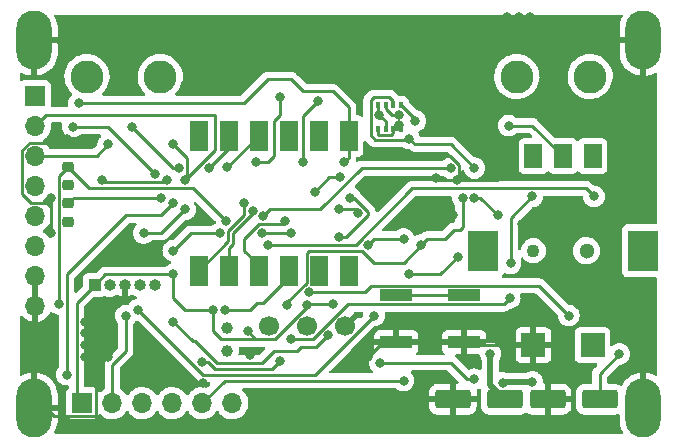
<source format=gbr>
%TF.GenerationSoftware,KiCad,Pcbnew,6.0.2-1.fc35*%
%TF.CreationDate,2022-04-20T21:26:53+02:00*%
%TF.ProjectId,LEDnode,4c45446e-6f64-4652-9e6b-696361645f70,rev?*%
%TF.SameCoordinates,Original*%
%TF.FileFunction,Copper,L1,Top*%
%TF.FilePolarity,Positive*%
%FSLAX46Y46*%
G04 Gerber Fmt 4.6, Leading zero omitted, Abs format (unit mm)*
G04 Created by KiCad (PCBNEW 6.0.2-1.fc35) date 2022-04-20 21:26:53*
%MOMM*%
%LPD*%
G01*
G04 APERTURE LIST*
G04 Aperture macros list*
%AMRoundRect*
0 Rectangle with rounded corners*
0 $1 Rounding radius*
0 $2 $3 $4 $5 $6 $7 $8 $9 X,Y pos of 4 corners*
0 Add a 4 corners polygon primitive as box body*
4,1,4,$2,$3,$4,$5,$6,$7,$8,$9,$2,$3,0*
0 Add four circle primitives for the rounded corners*
1,1,$1+$1,$2,$3*
1,1,$1+$1,$4,$5*
1,1,$1+$1,$6,$7*
1,1,$1+$1,$8,$9*
0 Add four rect primitives between the rounded corners*
20,1,$1+$1,$2,$3,$4,$5,0*
20,1,$1+$1,$4,$5,$6,$7,0*
20,1,$1+$1,$6,$7,$8,$9,0*
20,1,$1+$1,$8,$9,$2,$3,0*%
G04 Aperture macros list end*
%TA.AperFunction,SMDPad,CuDef*%
%ADD10RoundRect,0.250000X1.250000X0.550000X-1.250000X0.550000X-1.250000X-0.550000X1.250000X-0.550000X0*%
%TD*%
%TA.AperFunction,ComponentPad*%
%ADD11C,2.800000*%
%TD*%
%TA.AperFunction,WasherPad*%
%ADD12C,1.100000*%
%TD*%
%TA.AperFunction,SMDPad,CuDef*%
%ADD13R,2.500000X3.500000*%
%TD*%
%TA.AperFunction,WasherPad*%
%ADD14C,1.300000*%
%TD*%
%TA.AperFunction,SMDPad,CuDef*%
%ADD15R,1.500000X2.000000*%
%TD*%
%TA.AperFunction,SMDPad,CuDef*%
%ADD16R,2.000000X2.000000*%
%TD*%
%TA.AperFunction,ComponentPad*%
%ADD17RoundRect,1.500000X0.000000X-1.000000X0.000000X-1.000000X0.000000X1.000000X0.000000X1.000000X0*%
%TD*%
%TA.AperFunction,ComponentPad*%
%ADD18R,1.700000X1.700000*%
%TD*%
%TA.AperFunction,ComponentPad*%
%ADD19O,1.700000X1.700000*%
%TD*%
%TA.AperFunction,ComponentPad*%
%ADD20C,1.700000*%
%TD*%
%TA.AperFunction,SMDPad,CuDef*%
%ADD21R,2.750000X1.000000*%
%TD*%
%TA.AperFunction,SMDPad,CuDef*%
%ADD22R,1.500000X2.500000*%
%TD*%
%TA.AperFunction,ComponentPad*%
%ADD23C,1.000000*%
%TD*%
%TA.AperFunction,ComponentPad*%
%ADD24R,1.000000X1.000000*%
%TD*%
%TA.AperFunction,ComponentPad*%
%ADD25O,1.000000X1.000000*%
%TD*%
%TA.AperFunction,SMDPad,CuDef*%
%ADD26RoundRect,0.218750X0.256250X-0.218750X0.256250X0.218750X-0.256250X0.218750X-0.256250X-0.218750X0*%
%TD*%
%TA.AperFunction,SMDPad,CuDef*%
%ADD27R,0.350000X0.500000*%
%TD*%
%TA.AperFunction,ViaPad*%
%ADD28C,0.800000*%
%TD*%
%TA.AperFunction,Conductor*%
%ADD29C,0.250000*%
%TD*%
%TA.AperFunction,Conductor*%
%ADD30C,0.500000*%
%TD*%
G04 APERTURE END LIST*
D10*
%TO.P,C5,1*%
%TO.N,+3V3*%
X126100000Y-101570000D03*
%TO.P,C5,2*%
%TO.N,GND*%
X121700000Y-101570000D03*
%TD*%
%TO.P,C2,1*%
%TO.N,/INPUT*%
X118080000Y-101570000D03*
%TO.P,C2,2*%
%TO.N,GND*%
X113680000Y-101570000D03*
%TD*%
D11*
%TO.P,J1,1,Pin_1*%
%TO.N,/INPUT*%
X82700000Y-74250000D03*
X88900000Y-74250000D03*
%TO.P,J1,2,Pin_2*%
%TO.N,Net-(D1-Pad1)*%
X119100000Y-74250000D03*
X125300000Y-74250000D03*
%TD*%
D12*
%TO.P,SW1,*%
%TO.N,*%
X120500000Y-89000000D03*
D13*
X116250000Y-89000000D03*
D14*
X125000000Y-89000000D03*
D13*
X129750000Y-89000000D03*
D15*
%TO.P,SW1,A,A*%
%TO.N,Net-(R10-Pad2)*%
X125500000Y-81000000D03*
%TO.P,SW1,B,B*%
%TO.N,Net-(R11-Pad2)*%
X120500000Y-81000000D03*
%TO.P,SW1,C,C*%
%TO.N,Net-(Q6-Pad3)*%
X123000000Y-81000000D03*
D16*
%TO.P,SW1,S1,S1*%
%TO.N,Net-(R14-Pad1)*%
X125500000Y-97000000D03*
%TO.P,SW1,S2,S2*%
%TO.N,GND*%
X120500000Y-97000000D03*
%TD*%
D17*
%TO.P,H4,1,1*%
%TO.N,GND*%
X78200000Y-71200000D03*
%TD*%
D18*
%TO.P,J3,1,Pin_1*%
%TO.N,+3V3*%
X82300000Y-101900000D03*
D19*
%TO.P,J3,2,Pin_2*%
%TO.N,/Tx*%
X84840000Y-101900000D03*
%TO.P,J3,3,Pin_3*%
%TO.N,/Rx*%
X87380000Y-101900000D03*
%TO.P,J3,4,Pin_4*%
%TO.N,/SDA*%
X89920000Y-101900000D03*
%TO.P,J3,5,Pin_5*%
%TO.N,/SCL*%
X92460000Y-101900000D03*
%TO.P,J3,6,Pin_6*%
%TO.N,/ADC*%
X95000000Y-101900000D03*
%TD*%
D17*
%TO.P,H3,1,1*%
%TO.N,GND*%
X129800000Y-102300000D03*
%TD*%
D20*
%TO.P,SW2,1,A*%
%TO.N,GND*%
X104541964Y-95361429D03*
%TO.P,SW2,2,B*%
%TO.N,Net-(R2-Pad1)*%
X101341964Y-95361429D03*
%TO.P,SW2,3,C*%
%TO.N,unconnected-(SW2-Pad3)*%
X98141964Y-95361429D03*
%TD*%
D21*
%TO.P,SW3,1,A*%
%TO.N,GND*%
X108875000Y-96750000D03*
X114625000Y-96750000D03*
%TO.P,SW3,2,B*%
%TO.N,Net-(R6-Pad1)*%
X114625000Y-92750000D03*
X108875000Y-92750000D03*
%TD*%
D17*
%TO.P,H1,1,1*%
%TO.N,GND*%
X129800000Y-71200000D03*
%TD*%
D18*
%TO.P,J4,1,Pin_1*%
%TO.N,/LED2*%
X78300000Y-75900000D03*
D19*
%TO.P,J4,2,Pin_2*%
%TO.N,/DISP_0*%
X78300000Y-78440000D03*
%TO.P,J4,3,Pin_3*%
%TO.N,/DISP_A*%
X78300000Y-80980000D03*
%TO.P,J4,4,Pin_4*%
%TO.N,/DISP_B*%
X78300000Y-83520000D03*
%TO.P,J4,5,Pin_5*%
%TO.N,/DISP_F*%
X78300000Y-86060000D03*
%TO.P,J4,6,Pin_6*%
%TO.N,/MODE*%
X78300000Y-88600000D03*
%TO.P,J4,7,Pin_7*%
%TO.N,GND*%
X78300000Y-91140000D03*
%TO.P,J4,8,Pin_8*%
X78300000Y-93680000D03*
%TD*%
D22*
%TO.P,U2,1,e*%
%TO.N,/DISP_E*%
X92150000Y-90715000D03*
%TO.P,U2,2,d*%
%TO.N,/DISP_D*%
X94690000Y-90715000D03*
%TO.P,U2,3,DPX*%
%TO.N,/DISP_DP*%
X97230000Y-90715000D03*
%TO.P,U2,4,c*%
%TO.N,/DISP_C*%
X99770000Y-90715000D03*
%TO.P,U2,5,g*%
%TO.N,/DISP_G*%
X102310000Y-90715000D03*
%TO.P,U2,6,CC4*%
%TO.N,Net-(Q4-Pad3)*%
X104850000Y-90715000D03*
%TO.P,U2,7,b*%
%TO.N,/DISP_B*%
X104850000Y-79285000D03*
%TO.P,U2,8,CC3*%
%TO.N,Net-(Q3-Pad3)*%
X102310000Y-79285000D03*
%TO.P,U2,9,CC2*%
%TO.N,Net-(Q2-Pad3)*%
X99770000Y-79285000D03*
%TO.P,U2,10,f*%
%TO.N,/DISP_F*%
X97230000Y-79285000D03*
%TO.P,U2,11,a*%
%TO.N,/DISP_A*%
X94690000Y-79285000D03*
%TO.P,U2,12,CC1*%
%TO.N,Net-(Q1-Pad3)*%
X92150000Y-79285000D03*
%TD*%
D23*
%TO.P,Y1,1,1*%
%TO.N,Net-(C9-Pad1)*%
X94550000Y-95550000D03*
%TO.P,Y1,2,2*%
%TO.N,Net-(C8-Pad1)*%
X94550000Y-97450000D03*
%TD*%
D24*
%TO.P,J2,1,Pin_1*%
%TO.N,+3V3*%
X83350000Y-91900000D03*
D25*
%TO.P,J2,2,Pin_2*%
%TO.N,/SYS_SWDCLK*%
X84620000Y-91900000D03*
%TO.P,J2,3,Pin_3*%
%TO.N,GND*%
X85890000Y-91900000D03*
%TO.P,J2,4,Pin_4*%
%TO.N,/SYS_SWDIO*%
X87160000Y-91900000D03*
%TO.P,J2,5,Pin_5*%
%TO.N,/SYS_RST*%
X88430000Y-91900000D03*
%TD*%
D26*
%TO.P,D3,1,K*%
%TO.N,Net-(D3-Pad1)*%
X81100000Y-83475000D03*
%TO.P,D3,2,A*%
%TO.N,/ADC*%
X81100000Y-81900000D03*
%TD*%
D27*
%TO.P,U5,1,GND*%
%TO.N,GND*%
X107337011Y-76650000D03*
%TO.P,U5,2,CSB*%
%TO.N,+3V3*%
X107987011Y-76650000D03*
%TO.P,U5,3,SDI*%
%TO.N,/SDA*%
X108637011Y-76650000D03*
%TO.P,U5,4,SCK*%
%TO.N,/SCL*%
X109287011Y-76650000D03*
%TO.P,U5,5,SDO*%
%TO.N,+3V3*%
X109287011Y-78700000D03*
%TO.P,U5,6,VDDIO*%
X108637011Y-78700000D03*
%TO.P,U5,7,GND*%
%TO.N,GND*%
X107987011Y-78700000D03*
%TO.P,U5,8,VDD*%
%TO.N,+3V3*%
X107337011Y-78700000D03*
%TD*%
D17*
%TO.P,H2,1,1*%
%TO.N,GND*%
X78200000Y-102300000D03*
%TD*%
D26*
%TO.P,D2,1,K*%
%TO.N,Net-(D2-Pad1)*%
X81100000Y-86575000D03*
%TO.P,D2,2,A*%
%TO.N,/LED2*%
X81100000Y-85000000D03*
%TD*%
D28*
%TO.N,+3V3*%
X127770000Y-97740000D03*
%TO.N,GND*%
X113630000Y-101500000D03*
%TO.N,+3V3*%
X115470000Y-99880000D03*
%TO.N,/INPUT*%
X116860000Y-97710000D03*
%TO.N,GND*%
X87600000Y-89200000D03*
X82500000Y-98000000D03*
X79000000Y-96500000D03*
X84900000Y-89200000D03*
X107412011Y-77475000D03*
X113674500Y-86000000D03*
X119500000Y-86750000D03*
X79651000Y-87500000D03*
X96500000Y-97825500D03*
X83500000Y-98000000D03*
X119250000Y-71250000D03*
X88500000Y-98000000D03*
X86700000Y-89200000D03*
X84500000Y-98000000D03*
X114625000Y-96700500D03*
X79651000Y-84500000D03*
X83500000Y-97000000D03*
X83500000Y-96000000D03*
X117500000Y-82750000D03*
X83500000Y-95000000D03*
X118250000Y-71250000D03*
X84500000Y-97000000D03*
X119250000Y-69250000D03*
X112225000Y-82875000D03*
X123500000Y-72000000D03*
X84500000Y-96000000D03*
X106500000Y-98000000D03*
X81000000Y-79500000D03*
X118250000Y-69250000D03*
X108000000Y-81000000D03*
X84500000Y-95000000D03*
X85800000Y-89200000D03*
X80000000Y-79500000D03*
X82500000Y-97000000D03*
X92549694Y-100224194D03*
X82500000Y-95000000D03*
X112000000Y-86000000D03*
X114000000Y-83000000D03*
X120250000Y-69250000D03*
X82500000Y-96000000D03*
%TO.N,+3V3*%
X101325000Y-93600000D03*
X93375000Y-94000000D03*
X120400000Y-100100000D03*
X96300000Y-95825000D03*
X110000000Y-91000000D03*
X114125000Y-89500000D03*
X107500000Y-98500000D03*
X109087011Y-78375000D03*
X109087011Y-77500000D03*
X117900000Y-100200000D03*
X103500000Y-93500000D03*
X90000000Y-91000000D03*
%TO.N,/ENC2*%
X100000000Y-96500000D03*
X118565332Y-90065332D03*
X118500000Y-93000000D03*
X120400000Y-84400000D03*
%TO.N,/ENC1*%
X98000000Y-88500000D03*
X125625000Y-84400000D03*
%TO.N,/MODE*%
X99000000Y-98325500D03*
X92456408Y-98431887D03*
%TO.N,Net-(D2-Pad1)*%
X81100000Y-86575000D03*
%TO.N,/SDA*%
X110000000Y-79500000D03*
X115500000Y-84500000D03*
X115500000Y-82000000D03*
X117500000Y-86000000D03*
%TO.N,/LED2*%
X89000000Y-84500000D03*
X88500000Y-82500000D03*
X81500000Y-78500000D03*
%TO.N,/SCL*%
X114500000Y-84500000D03*
X110500000Y-78000000D03*
X99675000Y-93600000D03*
X109500000Y-100000000D03*
X111000000Y-88500000D03*
%TO.N,Net-(D3-Pad1)*%
X81100000Y-83475000D03*
%TO.N,/ADC*%
X80325500Y-93500000D03*
X94500000Y-86500000D03*
%TO.N,/SYS_SWDCLK*%
X107000000Y-94500000D03*
X109500000Y-88000000D03*
X104000000Y-85500000D03*
X105674500Y-85825500D03*
X106500000Y-88500000D03*
X87000000Y-94000000D03*
%TO.N,/SYS_SWDIO*%
X100000000Y-87500000D03*
X94000000Y-87500000D03*
X97500000Y-87500000D03*
X90000000Y-89000000D03*
%TO.N,/Tx*%
X86000000Y-94500000D03*
X91000000Y-85500000D03*
X87500000Y-87500000D03*
%TO.N,/Rx*%
X90000000Y-85000000D03*
X81000000Y-99500000D03*
%TO.N,/DISP_0*%
X91000000Y-83000000D03*
X90000000Y-80000000D03*
%TO.N,/BUTTON1*%
X101498758Y-92511079D03*
X123500000Y-94500000D03*
%TO.N,/BUTTON2*%
X97631385Y-86074020D03*
X113500000Y-82000000D03*
%TO.N,/DISP_D*%
X96762779Y-85674500D03*
%TO.N,/DISP_G*%
X102500000Y-90500000D03*
%TO.N,/DISP_1*%
X97000000Y-81500000D03*
X99000000Y-76000000D03*
%TO.N,Net-(Q1-Pad3)*%
X92150000Y-79285000D03*
%TO.N,/DISP_2*%
X101000000Y-81500000D03*
X102250000Y-76362500D03*
%TO.N,Net-(Q2-Pad3)*%
X99770000Y-79285000D03*
%TO.N,Net-(Q3-Pad3)*%
X102310000Y-79285000D03*
%TO.N,/DISP_A*%
X86500000Y-78500000D03*
X93000000Y-82000000D03*
X84500000Y-80000000D03*
X90500000Y-82000000D03*
%TO.N,Net-(Q4-Pad3)*%
X104850000Y-90715000D03*
%TO.N,Net-(Q6-Pad3)*%
X118400000Y-78400000D03*
%TO.N,Net-(R6-Pad1)*%
X114625000Y-92750000D03*
%TO.N,Net-(R10-Pad2)*%
X125541408Y-81041407D03*
%TO.N,Net-(R11-Pad2)*%
X120500000Y-81275000D03*
%TO.N,Net-(R14-Pad1)*%
X125408592Y-96908592D03*
%TO.N,/DISP_C*%
X90000000Y-95000000D03*
X104000000Y-87825500D03*
X105000000Y-84500000D03*
X94425980Y-94000000D03*
X102000000Y-84000000D03*
X104144204Y-82768962D03*
X103140975Y-96123791D03*
%TO.N,/DISP_E*%
X96000000Y-85000000D03*
%TO.N,/DISP_DP*%
X99500000Y-86500000D03*
%TO.N,/DISP_B*%
X82000000Y-76500000D03*
X104500000Y-81500000D03*
%TO.N,/DISP_F*%
X89500000Y-83000000D03*
X94564214Y-81935786D03*
X84000000Y-83000000D03*
%TD*%
D29*
%TO.N,+3V3*%
X126100000Y-99410000D02*
X127770000Y-97740000D01*
X126100000Y-101570000D02*
X126100000Y-99410000D01*
%TO.N,GND*%
X120500000Y-97000000D02*
X114924500Y-97000000D01*
X114924500Y-97000000D02*
X114625000Y-96700500D01*
X113680000Y-101550000D02*
X113630000Y-101500000D01*
X113680000Y-101570000D02*
X113680000Y-101550000D01*
X108875000Y-96750000D02*
X114625000Y-96750000D01*
%TO.N,+3V3*%
X114880000Y-99880000D02*
X115470000Y-99880000D01*
X113500000Y-98500000D02*
X114880000Y-99880000D01*
D30*
%TO.N,/INPUT*%
X116860000Y-97710000D02*
X116860000Y-100350000D01*
X116860000Y-100350000D02*
X118080000Y-101570000D01*
D29*
%TO.N,+3V3*%
X107500000Y-98500000D02*
X113500000Y-98500000D01*
%TO.N,GND*%
X79000000Y-96500000D02*
X78200000Y-97300000D01*
X78200000Y-97300000D02*
X78200000Y-101300000D01*
X108000000Y-81000000D02*
X113453904Y-81000000D01*
X107750000Y-96750000D02*
X108875000Y-96750000D01*
X79651000Y-87500000D02*
X79651000Y-84500000D01*
X77175489Y-84175489D02*
X77935489Y-84935489D01*
X107337011Y-77400000D02*
X107412011Y-77475000D01*
X77175489Y-80514211D02*
X77175489Y-84175489D01*
X112350000Y-83000000D02*
X112225000Y-82875000D01*
X79924511Y-103024511D02*
X83475489Y-103024511D01*
X106500000Y-98000000D02*
X107750000Y-96750000D01*
X113453904Y-81000000D02*
X114174511Y-81720607D01*
X107412011Y-77475000D02*
X107987011Y-78050000D01*
X83475489Y-103024511D02*
X83500000Y-103000000D01*
X79215511Y-84935489D02*
X79651000Y-84500000D01*
X114174511Y-81720607D02*
X114174511Y-82825489D01*
X83500000Y-103000000D02*
X83500000Y-98000000D01*
X114174511Y-82825489D02*
X114000000Y-83000000D01*
X107337011Y-76650000D02*
X107337011Y-77400000D01*
X78200000Y-101300000D02*
X79924511Y-103024511D01*
X77935489Y-84935489D02*
X79215511Y-84935489D01*
X112000000Y-86000000D02*
X113674500Y-86000000D01*
X79644511Y-79855489D02*
X77834211Y-79855489D01*
X80000000Y-79500000D02*
X79644511Y-79855489D01*
X107987011Y-78050000D02*
X107987011Y-78700000D01*
X114000000Y-83000000D02*
X112350000Y-83000000D01*
X117250000Y-83000000D02*
X117500000Y-82750000D01*
X90724194Y-100224194D02*
X92549694Y-100224194D01*
X88500000Y-98000000D02*
X90724194Y-100224194D01*
X114000000Y-83000000D02*
X117250000Y-83000000D01*
X77834211Y-79855489D02*
X77175489Y-80514211D01*
%TO.N,+3V3*%
X91000000Y-94000000D02*
X93375000Y-94000000D01*
X82300000Y-101900000D02*
X81825489Y-101425489D01*
X90000000Y-91000000D02*
X90000000Y-93000000D01*
X93375000Y-95821303D02*
X94053697Y-96500000D01*
X107987011Y-76974022D02*
X108512989Y-77500000D01*
D30*
X120400000Y-100100000D02*
X118000000Y-100100000D01*
D29*
X107361522Y-79224511D02*
X108462500Y-79224511D01*
X98607753Y-96485940D02*
X97485940Y-96485940D01*
X93375000Y-94000000D02*
X93375000Y-95821303D01*
X97471880Y-96500000D02*
X97485940Y-96485940D01*
X109287011Y-78575000D02*
X109087011Y-78375000D01*
X94053697Y-96500000D02*
X97471880Y-96500000D01*
X96960940Y-96485940D02*
X96300000Y-95825000D01*
X107337011Y-79200000D02*
X107361522Y-79224511D01*
X101425000Y-93500000D02*
X101325000Y-93600000D01*
X108637011Y-79050000D02*
X108637011Y-78700000D01*
X90000000Y-91000000D02*
X84250000Y-91000000D01*
X84250000Y-91000000D02*
X83350000Y-91900000D01*
X107987011Y-76650000D02*
X107987011Y-76974022D01*
X112625000Y-91000000D02*
X114125000Y-89500000D01*
X103500000Y-93500000D02*
X101425000Y-93500000D01*
X101325000Y-93600000D02*
X101325000Y-93768693D01*
X109287011Y-78700000D02*
X108637011Y-78700000D01*
X101325000Y-93768693D02*
X98607753Y-96485940D01*
D30*
X118000000Y-100100000D02*
X117900000Y-100200000D01*
D29*
X81825489Y-93424511D02*
X83350000Y-91900000D01*
X90000000Y-93000000D02*
X91000000Y-94000000D01*
X108512989Y-77500000D02*
X109087011Y-77500000D01*
X108462500Y-79224511D02*
X108637011Y-79050000D01*
X81825489Y-101425489D02*
X81825489Y-93424511D01*
X107337011Y-78700000D02*
X107337011Y-79200000D01*
X109287011Y-78700000D02*
X109287011Y-78575000D01*
X97485940Y-96485940D02*
X96960940Y-96485940D01*
X110000000Y-91000000D02*
X112625000Y-91000000D01*
%TO.N,/ENC2*%
X100000000Y-96500000D02*
X101793693Y-96500000D01*
X117975489Y-93524511D02*
X118500000Y-93000000D01*
X118565332Y-86234668D02*
X120400000Y-84400000D01*
X101793693Y-96500000D02*
X104769182Y-93524511D01*
X118565332Y-90065332D02*
X118565332Y-86234668D01*
X104769182Y-93524511D02*
X117975489Y-93524511D01*
%TO.N,/ENC1*%
X124950489Y-83725489D02*
X110228415Y-83725489D01*
X105453904Y-88500000D02*
X98000000Y-88500000D01*
X125625000Y-84400000D02*
X124950489Y-83725489D01*
X110228415Y-83725489D02*
X105453904Y-88500000D01*
%TO.N,/MODE*%
X98325500Y-99000000D02*
X99000000Y-98325500D01*
X98325500Y-99000000D02*
X93500000Y-99000000D01*
X92931887Y-98431887D02*
X92456408Y-98431887D01*
X93500000Y-99000000D02*
X92931887Y-98431887D01*
%TO.N,/SDA*%
X108637011Y-76325978D02*
X108637011Y-76650000D01*
X113500000Y-80000000D02*
X115500000Y-82000000D01*
X109875969Y-79624031D02*
X107124031Y-79624031D01*
X110500000Y-80000000D02*
X110000000Y-79500000D01*
X106737500Y-79237500D02*
X106737500Y-76262500D01*
X106737500Y-76262500D02*
X107000000Y-76000000D01*
X117500000Y-86000000D02*
X116000000Y-84500000D01*
X110500000Y-80000000D02*
X113500000Y-80000000D01*
X107000000Y-76000000D02*
X108311033Y-76000000D01*
X107124031Y-79624031D02*
X106737500Y-79237500D01*
X116000000Y-84500000D02*
X115500000Y-84500000D01*
X108311033Y-76000000D02*
X108637011Y-76325978D01*
X110000000Y-79500000D02*
X109875969Y-79624031D01*
%TO.N,/LED2*%
X81600000Y-84500000D02*
X81100000Y-85000000D01*
X84500000Y-78500000D02*
X88500000Y-82500000D01*
X89000000Y-84500000D02*
X81600000Y-84500000D01*
X81500000Y-78500000D02*
X84500000Y-78500000D01*
%TO.N,/SCL*%
X113000000Y-88000000D02*
X113750000Y-87250000D01*
X92460000Y-101900000D02*
X94360000Y-100000000D01*
X110500000Y-78000000D02*
X110500000Y-77862989D01*
X111500000Y-88000000D02*
X113000000Y-88000000D01*
X101285489Y-91748533D02*
X101285489Y-89190489D01*
X94360000Y-100000000D02*
X109500000Y-100000000D01*
X99675000Y-93359022D02*
X101285489Y-91748533D01*
X101475978Y-89000000D02*
X106000000Y-89000000D01*
X110500000Y-77862989D02*
X109287011Y-76650000D01*
X107000000Y-90000000D02*
X109500000Y-90000000D01*
X106000000Y-89000000D02*
X107000000Y-90000000D01*
X99675000Y-93600000D02*
X99675000Y-93359022D01*
X114500000Y-87000000D02*
X114500000Y-84500000D01*
X111000000Y-88500000D02*
X111500000Y-88000000D01*
X113750000Y-87250000D02*
X114250000Y-87250000D01*
X101285489Y-89190489D02*
X101475978Y-89000000D01*
X114250000Y-87250000D02*
X114500000Y-87000000D01*
X109500000Y-90000000D02*
X111000000Y-88500000D01*
%TO.N,/ADC*%
X81100000Y-81900000D02*
X82874511Y-83674511D01*
X91674511Y-83674511D02*
X94500000Y-86500000D01*
X80325500Y-82674500D02*
X80325500Y-93500000D01*
X82874511Y-83674511D02*
X91674511Y-83674511D01*
X81100000Y-81900000D02*
X80325500Y-82674500D01*
%TO.N,/SYS_SWDCLK*%
X102000000Y-99500000D02*
X107000000Y-94500000D01*
X104000000Y-85500000D02*
X105349000Y-85500000D01*
X109500000Y-88000000D02*
X107000000Y-88000000D01*
X105349000Y-85500000D02*
X105674500Y-85825500D01*
X107000000Y-88000000D02*
X106500000Y-88500000D01*
X92500000Y-99500000D02*
X102000000Y-99500000D01*
X87000000Y-94000000D02*
X92500000Y-99500000D01*
%TO.N,/SYS_SWDIO*%
X90000000Y-89000000D02*
X91500000Y-87500000D01*
X91500000Y-87500000D02*
X94000000Y-87500000D01*
X97500000Y-87500000D02*
X100000000Y-87500000D01*
%TO.N,/Tx*%
X89000000Y-87500000D02*
X91000000Y-85500000D01*
X84840000Y-98660000D02*
X86000000Y-97500000D01*
X87500000Y-87500000D02*
X89000000Y-87500000D01*
X84840000Y-101900000D02*
X84840000Y-98660000D01*
X86000000Y-97500000D02*
X86000000Y-94500000D01*
%TO.N,/Rx*%
X81000000Y-91000000D02*
X81000000Y-99500000D01*
X86000000Y-86000000D02*
X81000000Y-91000000D01*
X89000000Y-86000000D02*
X86000000Y-86000000D01*
X90000000Y-85000000D02*
X89000000Y-86000000D01*
%TO.N,/DISP_0*%
X91174511Y-81174511D02*
X91174511Y-82825489D01*
X93500000Y-77500000D02*
X93500000Y-80500000D01*
X90000000Y-80000000D02*
X91174511Y-81174511D01*
X91000000Y-83000000D02*
X93500000Y-80500000D01*
X79240000Y-77500000D02*
X93500000Y-77500000D01*
X78300000Y-78440000D02*
X79240000Y-77500000D01*
%TO.N,/BUTTON1*%
X120975489Y-91975489D02*
X123500000Y-94500000D01*
X101498758Y-92511079D02*
X106212057Y-92511079D01*
X106747647Y-91975489D02*
X120975489Y-91975489D01*
X106212057Y-92511079D02*
X106747647Y-91975489D01*
%TO.N,/BUTTON2*%
X102453904Y-85500000D02*
X105953904Y-82000000D01*
X97631385Y-86074020D02*
X98205405Y-85500000D01*
X105953904Y-82000000D02*
X113500000Y-82000000D01*
X98205405Y-85500000D02*
X102453904Y-85500000D01*
%TO.N,/DISP_D*%
X94690000Y-88810000D02*
X95074031Y-88425969D01*
X96762779Y-85802227D02*
X96762779Y-85674500D01*
X95074031Y-87490975D02*
X96762779Y-85802227D01*
X94690000Y-90715000D02*
X94690000Y-88810000D01*
X95074031Y-88425969D02*
X95074031Y-87490975D01*
%TO.N,/DISP_G*%
X102310000Y-90715000D02*
X102310000Y-90690000D01*
X102310000Y-90690000D02*
X102500000Y-90500000D01*
%TO.N,/DISP_1*%
X98500000Y-78000000D02*
X98500000Y-81000000D01*
X99000000Y-76000000D02*
X99000000Y-77500000D01*
X99000000Y-77500000D02*
X98500000Y-78000000D01*
X98000000Y-81500000D02*
X97000000Y-81500000D01*
X98500000Y-81000000D02*
X98000000Y-81500000D01*
%TO.N,/DISP_2*%
X101000000Y-81500000D02*
X101000000Y-77612500D01*
X101000000Y-77612500D02*
X102250000Y-76362500D01*
%TO.N,/DISP_A*%
X94690000Y-80310000D02*
X93000000Y-82000000D01*
X94690000Y-79285000D02*
X94690000Y-80310000D01*
X83520000Y-80980000D02*
X84500000Y-80000000D01*
X90000000Y-82000000D02*
X90500000Y-82000000D01*
X78300000Y-80980000D02*
X83520000Y-80980000D01*
X86500000Y-78500000D02*
X90000000Y-82000000D01*
%TO.N,Net-(Q6-Pad3)*%
X123000000Y-81000000D02*
X120400000Y-78400000D01*
X120400000Y-78400000D02*
X118400000Y-78400000D01*
%TO.N,Net-(R6-Pad1)*%
X108875000Y-92750000D02*
X114625000Y-92750000D01*
%TO.N,Net-(R11-Pad2)*%
X120500000Y-81000000D02*
X120500000Y-81275000D01*
%TO.N,/DISP_C*%
X106500000Y-85953904D02*
X104628404Y-87825500D01*
X102090255Y-97174511D02*
X103140975Y-96123791D01*
X97500000Y-98500000D02*
X98500000Y-97500000D01*
X93701232Y-98500000D02*
X97500000Y-98500000D01*
X97568559Y-93416441D02*
X97074763Y-93416441D01*
X104628404Y-87825500D02*
X104000000Y-87825500D01*
X102000000Y-84000000D02*
X103231038Y-82768962D01*
X96491204Y-94000000D02*
X97074763Y-93416441D01*
X91876721Y-96675489D02*
X93701232Y-98500000D01*
X105302904Y-84500000D02*
X106500000Y-85697096D01*
X94425980Y-94000000D02*
X96491204Y-94000000D01*
X91675489Y-96675489D02*
X91876721Y-96675489D01*
X106500000Y-85697096D02*
X106500000Y-85953904D01*
X103231038Y-82768962D02*
X104144204Y-82768962D01*
X98500000Y-97500000D02*
X100500000Y-97500000D01*
X99770000Y-90715000D02*
X99770000Y-91215000D01*
X90000000Y-95000000D02*
X91675489Y-96675489D01*
X100825489Y-97174511D02*
X102090255Y-97174511D01*
X100500000Y-97500000D02*
X100825489Y-97174511D01*
X99770000Y-91215000D02*
X97568559Y-93416441D01*
X105000000Y-84500000D02*
X105302904Y-84500000D01*
%TO.N,/DISP_E*%
X92150000Y-90715000D02*
X94674511Y-88190489D01*
X96000000Y-86000000D02*
X96000000Y-85000000D01*
X94674511Y-88190489D02*
X94674511Y-87325489D01*
X94674511Y-87325489D02*
X96000000Y-86000000D01*
%TO.N,/DISP_DP*%
X96000000Y-89000000D02*
X96000000Y-88000000D01*
X97230000Y-90715000D02*
X97230000Y-90230000D01*
X97230000Y-90230000D02*
X96000000Y-89000000D01*
X97251469Y-86748531D02*
X99251469Y-86748531D01*
X99251469Y-86748531D02*
X99500000Y-86500000D01*
X96000000Y-88000000D02*
X97251469Y-86748531D01*
%TO.N,/DISP_B*%
X98000000Y-74500000D02*
X99992382Y-74500000D01*
X104850000Y-81150000D02*
X104500000Y-81500000D01*
X99992382Y-74500000D02*
X100992382Y-75500000D01*
X96000000Y-76500000D02*
X98000000Y-74500000D01*
X103500000Y-75500000D02*
X104850000Y-76850000D01*
X100992382Y-75500000D02*
X103500000Y-75500000D01*
X104850000Y-76850000D02*
X104850000Y-79285000D01*
X82000000Y-76500000D02*
X96000000Y-76500000D01*
X104850000Y-79285000D02*
X104850000Y-81150000D01*
%TO.N,/DISP_F*%
X89325489Y-83174511D02*
X89500000Y-83000000D01*
X84000000Y-83000000D02*
X84174511Y-83174511D01*
X94579214Y-81935786D02*
X94564214Y-81935786D01*
X97230000Y-79285000D02*
X94579214Y-81935786D01*
X84174511Y-83174511D02*
X89325489Y-83174511D01*
%TD*%
%TA.AperFunction,Conductor*%
%TO.N,GND*%
G36*
X128015886Y-69028002D02*
G01*
X128062379Y-69081658D01*
X128072483Y-69151932D01*
X128053438Y-69202624D01*
X128041874Y-69220431D01*
X128037613Y-69228118D01*
X127922655Y-69474647D01*
X127919504Y-69482857D01*
X127839978Y-69742977D01*
X127837999Y-69751547D01*
X127795315Y-70021044D01*
X127794601Y-70028128D01*
X127792060Y-70086331D01*
X127792000Y-70089083D01*
X127792000Y-70927885D01*
X127796475Y-70943124D01*
X127797865Y-70944329D01*
X127805548Y-70946000D01*
X129928000Y-70946000D01*
X129996121Y-70966002D01*
X130042614Y-71019658D01*
X130054000Y-71072000D01*
X130054000Y-74174685D01*
X130057886Y-74187921D01*
X130072345Y-74189894D01*
X130248453Y-74162001D01*
X130257023Y-74160022D01*
X130517143Y-74080496D01*
X130525353Y-74077345D01*
X130771882Y-73962387D01*
X130779569Y-73958126D01*
X130797376Y-73946562D01*
X130865401Y-73926236D01*
X130933616Y-73945915D01*
X130980364Y-73999349D01*
X130992000Y-74052235D01*
X130992000Y-86615500D01*
X130971998Y-86683621D01*
X130918342Y-86730114D01*
X130866000Y-86741500D01*
X128451866Y-86741500D01*
X128389684Y-86748255D01*
X128253295Y-86799385D01*
X128136739Y-86886739D01*
X128049385Y-87003295D01*
X127998255Y-87139684D01*
X127991500Y-87201866D01*
X127991500Y-90798134D01*
X127998255Y-90860316D01*
X128049385Y-90996705D01*
X128136739Y-91113261D01*
X128253295Y-91200615D01*
X128389684Y-91251745D01*
X128451866Y-91258500D01*
X130866000Y-91258500D01*
X130934121Y-91278502D01*
X130980614Y-91332158D01*
X130992000Y-91384500D01*
X130992000Y-99447765D01*
X130971998Y-99515886D01*
X130918342Y-99562379D01*
X130848068Y-99572483D01*
X130797376Y-99553438D01*
X130779569Y-99541874D01*
X130771882Y-99537613D01*
X130525353Y-99422655D01*
X130517143Y-99419504D01*
X130257023Y-99339978D01*
X130248453Y-99337999D01*
X130071894Y-99310034D01*
X130058211Y-99311802D01*
X130054000Y-99325774D01*
X130054000Y-102428000D01*
X130033998Y-102496121D01*
X129980342Y-102542614D01*
X129928000Y-102554000D01*
X129672000Y-102554000D01*
X129603879Y-102533998D01*
X129557386Y-102480342D01*
X129546000Y-102428000D01*
X129546000Y-99325315D01*
X129542114Y-99312079D01*
X129527655Y-99310106D01*
X129351547Y-99337999D01*
X129342977Y-99339978D01*
X129082857Y-99419504D01*
X129074647Y-99422655D01*
X128828118Y-99537613D01*
X128820428Y-99541876D01*
X128592300Y-99690024D01*
X128585281Y-99695314D01*
X128379976Y-99873783D01*
X128373783Y-99879976D01*
X128195314Y-100085281D01*
X128190024Y-100092300D01*
X128041876Y-100320428D01*
X128037611Y-100328122D01*
X128015319Y-100375928D01*
X127968403Y-100429213D01*
X127900126Y-100448675D01*
X127832166Y-100428134D01*
X127827111Y-100424496D01*
X127823303Y-100420695D01*
X127803519Y-100408500D01*
X127678968Y-100331725D01*
X127678966Y-100331724D01*
X127672738Y-100327885D01*
X127592995Y-100301436D01*
X127511389Y-100274368D01*
X127511387Y-100274368D01*
X127504861Y-100272203D01*
X127498025Y-100271503D01*
X127498022Y-100271502D01*
X127454969Y-100267091D01*
X127400400Y-100261500D01*
X126859500Y-100261500D01*
X126791379Y-100241498D01*
X126744886Y-100187842D01*
X126733500Y-100135500D01*
X126733500Y-99724594D01*
X126753502Y-99656473D01*
X126770405Y-99635499D01*
X127720499Y-98685405D01*
X127782811Y-98651379D01*
X127809594Y-98648500D01*
X127865487Y-98648500D01*
X127871939Y-98647128D01*
X127871944Y-98647128D01*
X127958888Y-98628647D01*
X128052288Y-98608794D01*
X128071537Y-98600224D01*
X128220722Y-98533803D01*
X128220724Y-98533802D01*
X128226752Y-98531118D01*
X128234452Y-98525524D01*
X128282157Y-98490864D01*
X128381253Y-98418866D01*
X128438106Y-98355724D01*
X128504621Y-98281852D01*
X128504622Y-98281851D01*
X128509040Y-98276944D01*
X128594777Y-98128444D01*
X128601223Y-98117279D01*
X128601224Y-98117278D01*
X128604527Y-98111556D01*
X128663542Y-97929928D01*
X128669282Y-97875321D01*
X128682814Y-97746565D01*
X128683504Y-97740000D01*
X128678957Y-97696734D01*
X128664232Y-97556635D01*
X128664232Y-97556633D01*
X128663542Y-97550072D01*
X128604527Y-97368444D01*
X128587207Y-97338444D01*
X128556878Y-97285913D01*
X128509040Y-97203056D01*
X128487177Y-97178774D01*
X128385675Y-97066045D01*
X128385674Y-97066044D01*
X128381253Y-97061134D01*
X128264262Y-96976135D01*
X128232094Y-96952763D01*
X128232093Y-96952762D01*
X128226752Y-96948882D01*
X128220724Y-96946198D01*
X128220722Y-96946197D01*
X128058319Y-96873891D01*
X128058318Y-96873891D01*
X128052288Y-96871206D01*
X127958888Y-96851353D01*
X127871944Y-96832872D01*
X127871939Y-96832872D01*
X127865487Y-96831500D01*
X127674513Y-96831500D01*
X127668061Y-96832872D01*
X127668056Y-96832872D01*
X127581112Y-96851353D01*
X127487712Y-96871206D01*
X127481682Y-96873891D01*
X127481681Y-96873891D01*
X127319278Y-96946197D01*
X127319276Y-96946198D01*
X127313248Y-96948882D01*
X127307907Y-96952762D01*
X127307906Y-96952763D01*
X127270506Y-96979936D01*
X127229313Y-97009865D01*
X127208561Y-97024942D01*
X127141694Y-97048800D01*
X127072542Y-97032720D01*
X127023062Y-96981806D01*
X127008500Y-96923006D01*
X127008500Y-95951866D01*
X127001745Y-95889684D01*
X126950615Y-95753295D01*
X126863261Y-95636739D01*
X126746705Y-95549385D01*
X126610316Y-95498255D01*
X126548134Y-95491500D01*
X124451866Y-95491500D01*
X124389684Y-95498255D01*
X124253295Y-95549385D01*
X124136739Y-95636739D01*
X124049385Y-95753295D01*
X123998255Y-95889684D01*
X123991500Y-95951866D01*
X123991500Y-98048134D01*
X123998255Y-98110316D01*
X124049385Y-98246705D01*
X124136739Y-98363261D01*
X124253295Y-98450615D01*
X124389684Y-98501745D01*
X124451866Y-98508500D01*
X125801405Y-98508500D01*
X125869526Y-98528502D01*
X125916019Y-98582158D01*
X125926123Y-98652432D01*
X125896629Y-98717012D01*
X125890500Y-98723595D01*
X125707747Y-98906348D01*
X125699461Y-98913888D01*
X125692982Y-98918000D01*
X125687557Y-98923777D01*
X125646357Y-98967651D01*
X125643602Y-98970493D01*
X125623865Y-98990230D01*
X125621385Y-98993427D01*
X125613682Y-99002447D01*
X125583414Y-99034679D01*
X125579595Y-99041625D01*
X125579593Y-99041628D01*
X125573652Y-99052434D01*
X125562801Y-99068953D01*
X125550386Y-99084959D01*
X125547241Y-99092228D01*
X125547238Y-99092232D01*
X125532826Y-99125537D01*
X125527609Y-99136187D01*
X125506305Y-99174940D01*
X125504334Y-99182615D01*
X125504334Y-99182616D01*
X125501267Y-99194562D01*
X125494863Y-99213266D01*
X125486819Y-99231855D01*
X125485580Y-99239678D01*
X125485577Y-99239688D01*
X125479901Y-99275524D01*
X125477495Y-99287144D01*
X125471093Y-99312079D01*
X125466500Y-99329970D01*
X125466500Y-99350224D01*
X125464949Y-99369934D01*
X125461780Y-99389943D01*
X125462526Y-99397835D01*
X125465941Y-99433961D01*
X125466500Y-99445819D01*
X125466500Y-100135500D01*
X125446498Y-100203621D01*
X125392842Y-100250114D01*
X125340500Y-100261500D01*
X124799600Y-100261500D01*
X124796354Y-100261837D01*
X124796350Y-100261837D01*
X124700692Y-100271762D01*
X124700688Y-100271763D01*
X124693834Y-100272474D01*
X124687298Y-100274655D01*
X124687296Y-100274655D01*
X124641518Y-100289928D01*
X124526054Y-100328450D01*
X124375652Y-100421522D01*
X124370479Y-100426704D01*
X124368684Y-100428502D01*
X124250695Y-100546697D01*
X124246855Y-100552927D01*
X124246854Y-100552928D01*
X124162477Y-100689813D01*
X124157885Y-100697262D01*
X124147179Y-100729541D01*
X124104445Y-100858381D01*
X124102203Y-100865139D01*
X124101503Y-100871975D01*
X124101502Y-100871978D01*
X124097927Y-100906870D01*
X124091500Y-100969600D01*
X124091500Y-102170400D01*
X124091837Y-102173646D01*
X124091837Y-102173650D01*
X124101752Y-102269206D01*
X124102474Y-102276166D01*
X124158450Y-102443946D01*
X124251522Y-102594348D01*
X124376697Y-102719305D01*
X124382927Y-102723145D01*
X124382928Y-102723146D01*
X124520288Y-102807816D01*
X124527262Y-102812115D01*
X124558928Y-102822618D01*
X124688611Y-102865632D01*
X124688613Y-102865632D01*
X124695139Y-102867797D01*
X124701975Y-102868497D01*
X124701978Y-102868498D01*
X124745031Y-102872909D01*
X124799600Y-102878500D01*
X127400400Y-102878500D01*
X127403646Y-102878163D01*
X127403650Y-102878163D01*
X127499308Y-102868238D01*
X127499312Y-102868237D01*
X127506166Y-102867526D01*
X127512708Y-102865343D01*
X127512710Y-102865343D01*
X127626124Y-102827505D01*
X127697074Y-102824920D01*
X127758158Y-102861103D01*
X127789983Y-102924567D01*
X127792001Y-102947028D01*
X127792001Y-103410915D01*
X127792061Y-103413672D01*
X127794601Y-103471855D01*
X127795317Y-103478972D01*
X127837999Y-103748453D01*
X127839978Y-103757023D01*
X127919504Y-104017143D01*
X127922655Y-104025353D01*
X128037613Y-104271882D01*
X128041874Y-104279569D01*
X128053438Y-104297376D01*
X128073764Y-104365401D01*
X128054085Y-104433616D01*
X128000651Y-104480364D01*
X127947765Y-104492000D01*
X80052235Y-104492000D01*
X79984114Y-104471998D01*
X79937621Y-104418342D01*
X79927517Y-104348068D01*
X79946562Y-104297376D01*
X79958126Y-104279569D01*
X79962387Y-104271882D01*
X80077345Y-104025353D01*
X80080496Y-104017143D01*
X80160022Y-103757023D01*
X80162001Y-103748453D01*
X80204685Y-103478956D01*
X80205399Y-103471872D01*
X80207940Y-103413669D01*
X80208000Y-103410917D01*
X80208000Y-102572115D01*
X80203525Y-102556876D01*
X80202135Y-102555671D01*
X80194452Y-102554000D01*
X78072000Y-102554000D01*
X78003879Y-102533998D01*
X77957386Y-102480342D01*
X77946000Y-102428000D01*
X77946000Y-102027885D01*
X78454000Y-102027885D01*
X78458475Y-102043124D01*
X78459865Y-102044329D01*
X78467548Y-102046000D01*
X80189884Y-102046000D01*
X80205123Y-102041525D01*
X80206328Y-102040135D01*
X80207999Y-102032452D01*
X80207999Y-101189086D01*
X80207939Y-101186328D01*
X80205399Y-101128145D01*
X80204683Y-101121028D01*
X80162001Y-100851547D01*
X80160022Y-100842977D01*
X80080496Y-100582857D01*
X80077345Y-100574647D01*
X79962387Y-100328118D01*
X79958124Y-100320428D01*
X79809976Y-100092300D01*
X79804686Y-100085281D01*
X79626217Y-99879976D01*
X79620024Y-99873783D01*
X79414719Y-99695314D01*
X79407700Y-99690024D01*
X79179572Y-99541876D01*
X79171882Y-99537613D01*
X78925353Y-99422655D01*
X78917143Y-99419504D01*
X78657023Y-99339978D01*
X78648453Y-99337999D01*
X78471894Y-99310034D01*
X78458211Y-99311802D01*
X78454000Y-99325774D01*
X78454000Y-102027885D01*
X77946000Y-102027885D01*
X77946000Y-99325315D01*
X77942114Y-99312079D01*
X77927655Y-99310106D01*
X77751547Y-99337999D01*
X77742977Y-99339978D01*
X77482857Y-99419504D01*
X77474647Y-99422655D01*
X77228118Y-99537613D01*
X77220431Y-99541874D01*
X77202624Y-99553438D01*
X77134599Y-99573764D01*
X77066384Y-99554085D01*
X77019636Y-99500651D01*
X77008000Y-99447765D01*
X77008000Y-94600588D01*
X77028002Y-94532467D01*
X77081658Y-94485974D01*
X77151932Y-94475870D01*
X77216512Y-94505364D01*
X77229237Y-94518090D01*
X77343218Y-94649673D01*
X77350580Y-94656883D01*
X77514434Y-94792916D01*
X77522881Y-94798831D01*
X77706756Y-94906279D01*
X77716042Y-94910729D01*
X77915001Y-94986703D01*
X77924899Y-94989579D01*
X78028250Y-95010606D01*
X78042299Y-95009410D01*
X78046000Y-94999065D01*
X78046000Y-91012000D01*
X78066002Y-90943879D01*
X78119658Y-90897386D01*
X78172000Y-90886000D01*
X78428000Y-90886000D01*
X78496121Y-90906002D01*
X78542614Y-90959658D01*
X78554000Y-91012000D01*
X78554000Y-94998517D01*
X78558064Y-95012359D01*
X78571478Y-95014393D01*
X78578184Y-95013534D01*
X78588262Y-95011392D01*
X78792255Y-94950191D01*
X78801842Y-94946433D01*
X78993095Y-94852739D01*
X79001945Y-94847464D01*
X79175328Y-94723792D01*
X79183200Y-94717139D01*
X79334052Y-94566812D01*
X79340730Y-94558965D01*
X79465003Y-94386020D01*
X79470310Y-94377188D01*
X79540702Y-94234763D01*
X79588816Y-94182557D01*
X79657517Y-94164650D01*
X79727720Y-94188655D01*
X79863406Y-94287237D01*
X79868748Y-94291118D01*
X79874776Y-94293802D01*
X79874778Y-94293803D01*
X80037181Y-94366109D01*
X80043212Y-94368794D01*
X80124254Y-94386020D01*
X80223556Y-94407128D01*
X80223561Y-94407128D01*
X80230013Y-94408500D01*
X80240500Y-94408500D01*
X80242665Y-94409136D01*
X80243182Y-94409190D01*
X80243172Y-94409285D01*
X80308621Y-94428502D01*
X80355114Y-94482158D01*
X80366500Y-94534500D01*
X80366500Y-98797476D01*
X80346498Y-98865597D01*
X80334142Y-98881779D01*
X80260960Y-98963056D01*
X80165473Y-99128444D01*
X80106458Y-99310072D01*
X80105768Y-99316633D01*
X80105768Y-99316635D01*
X80102238Y-99350224D01*
X80086496Y-99500000D01*
X80087186Y-99506565D01*
X80092608Y-99558148D01*
X80106458Y-99689928D01*
X80165473Y-99871556D01*
X80168776Y-99877278D01*
X80168777Y-99877279D01*
X80184086Y-99903794D01*
X80260960Y-100036944D01*
X80265378Y-100041851D01*
X80265379Y-100041852D01*
X80352149Y-100138220D01*
X80388747Y-100178866D01*
X80468580Y-100236868D01*
X80521269Y-100275149D01*
X80543248Y-100291118D01*
X80549276Y-100293802D01*
X80549278Y-100293803D01*
X80657558Y-100342012D01*
X80717712Y-100368794D01*
X80808012Y-100387988D01*
X80898056Y-100407128D01*
X80898061Y-100407128D01*
X80904513Y-100408500D01*
X81065989Y-100408500D01*
X81134110Y-100428502D01*
X81180603Y-100482158D01*
X81191989Y-100534500D01*
X81191989Y-100544831D01*
X81171987Y-100612952D01*
X81141557Y-100645655D01*
X81086739Y-100686739D01*
X80999385Y-100803295D01*
X80948255Y-100939684D01*
X80941500Y-101001866D01*
X80941500Y-102798134D01*
X80948255Y-102860316D01*
X80999385Y-102996705D01*
X81086739Y-103113261D01*
X81203295Y-103200615D01*
X81339684Y-103251745D01*
X81401866Y-103258500D01*
X83198134Y-103258500D01*
X83260316Y-103251745D01*
X83396705Y-103200615D01*
X83513261Y-103113261D01*
X83600615Y-102996705D01*
X83622799Y-102937529D01*
X83644598Y-102879382D01*
X83687240Y-102822618D01*
X83753802Y-102797918D01*
X83823150Y-102813126D01*
X83857817Y-102841114D01*
X83886250Y-102873938D01*
X84058126Y-103016632D01*
X84251000Y-103129338D01*
X84459692Y-103209030D01*
X84464760Y-103210061D01*
X84464763Y-103210062D01*
X84572017Y-103231883D01*
X84678597Y-103253567D01*
X84683772Y-103253757D01*
X84683774Y-103253757D01*
X84896673Y-103261564D01*
X84896677Y-103261564D01*
X84901837Y-103261753D01*
X84906957Y-103261097D01*
X84906959Y-103261097D01*
X85118288Y-103234025D01*
X85118289Y-103234025D01*
X85123416Y-103233368D01*
X85128366Y-103231883D01*
X85332429Y-103170661D01*
X85332434Y-103170659D01*
X85337384Y-103169174D01*
X85537994Y-103070896D01*
X85719860Y-102941173D01*
X85878096Y-102783489D01*
X85921741Y-102722751D01*
X86008453Y-102602077D01*
X86009776Y-102603028D01*
X86056645Y-102559857D01*
X86126580Y-102547625D01*
X86192026Y-102575144D01*
X86219875Y-102606994D01*
X86279987Y-102705088D01*
X86426250Y-102873938D01*
X86598126Y-103016632D01*
X86791000Y-103129338D01*
X86999692Y-103209030D01*
X87004760Y-103210061D01*
X87004763Y-103210062D01*
X87112017Y-103231883D01*
X87218597Y-103253567D01*
X87223772Y-103253757D01*
X87223774Y-103253757D01*
X87436673Y-103261564D01*
X87436677Y-103261564D01*
X87441837Y-103261753D01*
X87446957Y-103261097D01*
X87446959Y-103261097D01*
X87658288Y-103234025D01*
X87658289Y-103234025D01*
X87663416Y-103233368D01*
X87668366Y-103231883D01*
X87872429Y-103170661D01*
X87872434Y-103170659D01*
X87877384Y-103169174D01*
X88077994Y-103070896D01*
X88259860Y-102941173D01*
X88418096Y-102783489D01*
X88461741Y-102722751D01*
X88548453Y-102602077D01*
X88549776Y-102603028D01*
X88596645Y-102559857D01*
X88666580Y-102547625D01*
X88732026Y-102575144D01*
X88759875Y-102606994D01*
X88819987Y-102705088D01*
X88966250Y-102873938D01*
X89138126Y-103016632D01*
X89331000Y-103129338D01*
X89539692Y-103209030D01*
X89544760Y-103210061D01*
X89544763Y-103210062D01*
X89652017Y-103231883D01*
X89758597Y-103253567D01*
X89763772Y-103253757D01*
X89763774Y-103253757D01*
X89976673Y-103261564D01*
X89976677Y-103261564D01*
X89981837Y-103261753D01*
X89986957Y-103261097D01*
X89986959Y-103261097D01*
X90198288Y-103234025D01*
X90198289Y-103234025D01*
X90203416Y-103233368D01*
X90208366Y-103231883D01*
X90412429Y-103170661D01*
X90412434Y-103170659D01*
X90417384Y-103169174D01*
X90617994Y-103070896D01*
X90799860Y-102941173D01*
X90958096Y-102783489D01*
X91001741Y-102722751D01*
X91088453Y-102602077D01*
X91089776Y-102603028D01*
X91136645Y-102559857D01*
X91206580Y-102547625D01*
X91272026Y-102575144D01*
X91299875Y-102606994D01*
X91359987Y-102705088D01*
X91506250Y-102873938D01*
X91678126Y-103016632D01*
X91871000Y-103129338D01*
X92079692Y-103209030D01*
X92084760Y-103210061D01*
X92084763Y-103210062D01*
X92192017Y-103231883D01*
X92298597Y-103253567D01*
X92303772Y-103253757D01*
X92303774Y-103253757D01*
X92516673Y-103261564D01*
X92516677Y-103261564D01*
X92521837Y-103261753D01*
X92526957Y-103261097D01*
X92526959Y-103261097D01*
X92738288Y-103234025D01*
X92738289Y-103234025D01*
X92743416Y-103233368D01*
X92748366Y-103231883D01*
X92952429Y-103170661D01*
X92952434Y-103170659D01*
X92957384Y-103169174D01*
X93157994Y-103070896D01*
X93339860Y-102941173D01*
X93498096Y-102783489D01*
X93541741Y-102722751D01*
X93628453Y-102602077D01*
X93629776Y-102603028D01*
X93676645Y-102559857D01*
X93746580Y-102547625D01*
X93812026Y-102575144D01*
X93839875Y-102606994D01*
X93899987Y-102705088D01*
X94046250Y-102873938D01*
X94218126Y-103016632D01*
X94411000Y-103129338D01*
X94619692Y-103209030D01*
X94624760Y-103210061D01*
X94624763Y-103210062D01*
X94732017Y-103231883D01*
X94838597Y-103253567D01*
X94843772Y-103253757D01*
X94843774Y-103253757D01*
X95056673Y-103261564D01*
X95056677Y-103261564D01*
X95061837Y-103261753D01*
X95066957Y-103261097D01*
X95066959Y-103261097D01*
X95278288Y-103234025D01*
X95278289Y-103234025D01*
X95283416Y-103233368D01*
X95288366Y-103231883D01*
X95492429Y-103170661D01*
X95492434Y-103170659D01*
X95497384Y-103169174D01*
X95697994Y-103070896D01*
X95879860Y-102941173D01*
X96038096Y-102783489D01*
X96081741Y-102722751D01*
X96165435Y-102606277D01*
X96168453Y-102602077D01*
X96172790Y-102593303D01*
X96265136Y-102406453D01*
X96265137Y-102406451D01*
X96267430Y-102401811D01*
X96305604Y-102276166D01*
X96330865Y-102193023D01*
X96330865Y-102193021D01*
X96332370Y-102188069D01*
X96335131Y-102167095D01*
X111672001Y-102167095D01*
X111672338Y-102173614D01*
X111682257Y-102269206D01*
X111685149Y-102282600D01*
X111736588Y-102436784D01*
X111742761Y-102449962D01*
X111828063Y-102587807D01*
X111837099Y-102599208D01*
X111951829Y-102713739D01*
X111963240Y-102722751D01*
X112101243Y-102807816D01*
X112114424Y-102813963D01*
X112268710Y-102865138D01*
X112282086Y-102868005D01*
X112376438Y-102877672D01*
X112382854Y-102878000D01*
X113407885Y-102878000D01*
X113423124Y-102873525D01*
X113424329Y-102872135D01*
X113426000Y-102864452D01*
X113426000Y-102859884D01*
X113934000Y-102859884D01*
X113938475Y-102875123D01*
X113939865Y-102876328D01*
X113947548Y-102877999D01*
X114977095Y-102877999D01*
X114983614Y-102877662D01*
X115079206Y-102867743D01*
X115092600Y-102864851D01*
X115246784Y-102813412D01*
X115259962Y-102807239D01*
X115397807Y-102721937D01*
X115409208Y-102712901D01*
X115523739Y-102598171D01*
X115532751Y-102586760D01*
X115617816Y-102448757D01*
X115623963Y-102435576D01*
X115675138Y-102281290D01*
X115678005Y-102267914D01*
X115687672Y-102173562D01*
X115688000Y-102167146D01*
X115688000Y-101842115D01*
X115683525Y-101826876D01*
X115682135Y-101825671D01*
X115674452Y-101824000D01*
X113952115Y-101824000D01*
X113936876Y-101828475D01*
X113935671Y-101829865D01*
X113934000Y-101837548D01*
X113934000Y-102859884D01*
X113426000Y-102859884D01*
X113426000Y-101842115D01*
X113421525Y-101826876D01*
X113420135Y-101825671D01*
X113412452Y-101824000D01*
X111690116Y-101824000D01*
X111674877Y-101828475D01*
X111673672Y-101829865D01*
X111672001Y-101837548D01*
X111672001Y-102167095D01*
X96335131Y-102167095D01*
X96361529Y-101966590D01*
X96363156Y-101900000D01*
X96344852Y-101677361D01*
X96290431Y-101460702D01*
X96219636Y-101297885D01*
X111672000Y-101297885D01*
X111676475Y-101313124D01*
X111677865Y-101314329D01*
X111685548Y-101316000D01*
X113407885Y-101316000D01*
X113423124Y-101311525D01*
X113424329Y-101310135D01*
X113426000Y-101302452D01*
X113426000Y-100280116D01*
X113421525Y-100264877D01*
X113420135Y-100263672D01*
X113412452Y-100262001D01*
X112382905Y-100262001D01*
X112376386Y-100262338D01*
X112280794Y-100272257D01*
X112267400Y-100275149D01*
X112113216Y-100326588D01*
X112100038Y-100332761D01*
X111962193Y-100418063D01*
X111950792Y-100427099D01*
X111836261Y-100541829D01*
X111827249Y-100553240D01*
X111742184Y-100691243D01*
X111736037Y-100704424D01*
X111684862Y-100858710D01*
X111681995Y-100872086D01*
X111672328Y-100966438D01*
X111672000Y-100972855D01*
X111672000Y-101297885D01*
X96219636Y-101297885D01*
X96201354Y-101255840D01*
X96156385Y-101186328D01*
X96082822Y-101072617D01*
X96082820Y-101072614D01*
X96080014Y-101068277D01*
X95929670Y-100903051D01*
X95897355Y-100877530D01*
X95873109Y-100858381D01*
X95832047Y-100800464D01*
X95828815Y-100729541D01*
X95864441Y-100668130D01*
X95927612Y-100635728D01*
X95951202Y-100633500D01*
X108791800Y-100633500D01*
X108859921Y-100653502D01*
X108879147Y-100669843D01*
X108879420Y-100669540D01*
X108884332Y-100673963D01*
X108888747Y-100678866D01*
X108894974Y-100683390D01*
X109026385Y-100778866D01*
X109043248Y-100791118D01*
X109049276Y-100793802D01*
X109049278Y-100793803D01*
X109211681Y-100866109D01*
X109217712Y-100868794D01*
X109311112Y-100888647D01*
X109398056Y-100907128D01*
X109398061Y-100907128D01*
X109404513Y-100908500D01*
X109595487Y-100908500D01*
X109601939Y-100907128D01*
X109601944Y-100907128D01*
X109688887Y-100888647D01*
X109782288Y-100868794D01*
X109788319Y-100866109D01*
X109950722Y-100793803D01*
X109950724Y-100793802D01*
X109956752Y-100791118D01*
X109973616Y-100778866D01*
X110015103Y-100748723D01*
X110111253Y-100678866D01*
X110134091Y-100653502D01*
X110234621Y-100541852D01*
X110234622Y-100541851D01*
X110239040Y-100536944D01*
X110313197Y-100408500D01*
X110331223Y-100377279D01*
X110331224Y-100377278D01*
X110334527Y-100371556D01*
X110393542Y-100189928D01*
X110397371Y-100153502D01*
X110412814Y-100006565D01*
X110413504Y-100000000D01*
X110404742Y-99916635D01*
X110394232Y-99816635D01*
X110394232Y-99816633D01*
X110393542Y-99810072D01*
X110334527Y-99628444D01*
X110239040Y-99463056D01*
X110202663Y-99422655D01*
X110131671Y-99343810D01*
X110100953Y-99279803D01*
X110109718Y-99209349D01*
X110155181Y-99154818D01*
X110225307Y-99133500D01*
X113185406Y-99133500D01*
X113253527Y-99153502D01*
X113274501Y-99170405D01*
X114151001Y-100046905D01*
X114185027Y-100109217D01*
X114179962Y-100180032D01*
X114137415Y-100236868D01*
X114070895Y-100261679D01*
X114061906Y-100262000D01*
X113952115Y-100262000D01*
X113936876Y-100266475D01*
X113935671Y-100267865D01*
X113934000Y-100275548D01*
X113934000Y-101297885D01*
X113938475Y-101313124D01*
X113939865Y-101314329D01*
X113947548Y-101316000D01*
X115669884Y-101316000D01*
X115685123Y-101311525D01*
X115686328Y-101310135D01*
X115687999Y-101302452D01*
X115687999Y-100972905D01*
X115687662Y-100966386D01*
X115678370Y-100876833D01*
X115691235Y-100807012D01*
X115739806Y-100755230D01*
X115752448Y-100748723D01*
X115923967Y-100672358D01*
X115994334Y-100662924D01*
X116058631Y-100693030D01*
X116096445Y-100753119D01*
X116094809Y-100827131D01*
X116084369Y-100858608D01*
X116082203Y-100865139D01*
X116081503Y-100871975D01*
X116081502Y-100871978D01*
X116077927Y-100906870D01*
X116071500Y-100969600D01*
X116071500Y-102170400D01*
X116071837Y-102173646D01*
X116071837Y-102173650D01*
X116081752Y-102269206D01*
X116082474Y-102276166D01*
X116138450Y-102443946D01*
X116231522Y-102594348D01*
X116356697Y-102719305D01*
X116362927Y-102723145D01*
X116362928Y-102723146D01*
X116500288Y-102807816D01*
X116507262Y-102812115D01*
X116538928Y-102822618D01*
X116668611Y-102865632D01*
X116668613Y-102865632D01*
X116675139Y-102867797D01*
X116681975Y-102868497D01*
X116681978Y-102868498D01*
X116725031Y-102872909D01*
X116779600Y-102878500D01*
X119380400Y-102878500D01*
X119383646Y-102878163D01*
X119383650Y-102878163D01*
X119479308Y-102868238D01*
X119479312Y-102868237D01*
X119486166Y-102867526D01*
X119492702Y-102865345D01*
X119492704Y-102865345D01*
X119624806Y-102821272D01*
X119653946Y-102811550D01*
X119804348Y-102718478D01*
X119809520Y-102713297D01*
X119812128Y-102711230D01*
X119877939Y-102684595D01*
X119947703Y-102697767D01*
X119968481Y-102711095D01*
X119983240Y-102722751D01*
X120121243Y-102807816D01*
X120134424Y-102813963D01*
X120288710Y-102865138D01*
X120302086Y-102868005D01*
X120396438Y-102877672D01*
X120402854Y-102878000D01*
X121427885Y-102878000D01*
X121443124Y-102873525D01*
X121444329Y-102872135D01*
X121446000Y-102864452D01*
X121446000Y-102859884D01*
X121954000Y-102859884D01*
X121958475Y-102875123D01*
X121959865Y-102876328D01*
X121967548Y-102877999D01*
X122997095Y-102877999D01*
X123003614Y-102877662D01*
X123099206Y-102867743D01*
X123112600Y-102864851D01*
X123266784Y-102813412D01*
X123279962Y-102807239D01*
X123417807Y-102721937D01*
X123429208Y-102712901D01*
X123543739Y-102598171D01*
X123552751Y-102586760D01*
X123637816Y-102448757D01*
X123643963Y-102435576D01*
X123695138Y-102281290D01*
X123698005Y-102267914D01*
X123707672Y-102173562D01*
X123708000Y-102167146D01*
X123708000Y-101842115D01*
X123703525Y-101826876D01*
X123702135Y-101825671D01*
X123694452Y-101824000D01*
X121972115Y-101824000D01*
X121956876Y-101828475D01*
X121955671Y-101829865D01*
X121954000Y-101837548D01*
X121954000Y-102859884D01*
X121446000Y-102859884D01*
X121446000Y-101297885D01*
X121954000Y-101297885D01*
X121958475Y-101313124D01*
X121959865Y-101314329D01*
X121967548Y-101316000D01*
X123689884Y-101316000D01*
X123705123Y-101311525D01*
X123706328Y-101310135D01*
X123707999Y-101302452D01*
X123707999Y-100972905D01*
X123707662Y-100966386D01*
X123697743Y-100870794D01*
X123694851Y-100857400D01*
X123643412Y-100703216D01*
X123637239Y-100690038D01*
X123551937Y-100552193D01*
X123542901Y-100540792D01*
X123428171Y-100426261D01*
X123416760Y-100417249D01*
X123278757Y-100332184D01*
X123265576Y-100326037D01*
X123111290Y-100274862D01*
X123097914Y-100271995D01*
X123003562Y-100262328D01*
X122997145Y-100262000D01*
X121972115Y-100262000D01*
X121956876Y-100266475D01*
X121955671Y-100267865D01*
X121954000Y-100275548D01*
X121954000Y-101297885D01*
X121446000Y-101297885D01*
X121446000Y-100280116D01*
X121441525Y-100264877D01*
X121440135Y-100263672D01*
X121419217Y-100259122D01*
X121419661Y-100257082D01*
X121368293Y-100241999D01*
X121321800Y-100188343D01*
X121311105Y-100122828D01*
X121312814Y-100106571D01*
X121312814Y-100106565D01*
X121313504Y-100100000D01*
X121307698Y-100044757D01*
X121294232Y-99916635D01*
X121294232Y-99916633D01*
X121293542Y-99910072D01*
X121234527Y-99728444D01*
X121139040Y-99563056D01*
X121130963Y-99554085D01*
X121015675Y-99426045D01*
X121015674Y-99426044D01*
X121011253Y-99421134D01*
X120887478Y-99331206D01*
X120862094Y-99312763D01*
X120862093Y-99312762D01*
X120856752Y-99308882D01*
X120850724Y-99306198D01*
X120850722Y-99306197D01*
X120688319Y-99233891D01*
X120688318Y-99233891D01*
X120682288Y-99231206D01*
X120588888Y-99211353D01*
X120501944Y-99192872D01*
X120501939Y-99192872D01*
X120495487Y-99191500D01*
X120304513Y-99191500D01*
X120298061Y-99192872D01*
X120298056Y-99192872D01*
X120211112Y-99211353D01*
X120117712Y-99231206D01*
X120111682Y-99233891D01*
X120111681Y-99233891D01*
X119949278Y-99306197D01*
X119949276Y-99306198D01*
X119943248Y-99308882D01*
X119937909Y-99312761D01*
X119937902Y-99312765D01*
X119931472Y-99317437D01*
X119857413Y-99341500D01*
X118231693Y-99341500D01*
X118192756Y-99335333D01*
X118188319Y-99333891D01*
X118182288Y-99331206D01*
X118175836Y-99329834D01*
X118175831Y-99329833D01*
X118001944Y-99292872D01*
X118001939Y-99292872D01*
X117995487Y-99291500D01*
X117804513Y-99291500D01*
X117798058Y-99292872D01*
X117798049Y-99292873D01*
X117770698Y-99298687D01*
X117699907Y-99293286D01*
X117643274Y-99250470D01*
X117618780Y-99183832D01*
X117618500Y-99175441D01*
X117618500Y-98246999D01*
X117635381Y-98183999D01*
X117641281Y-98173781D01*
X117673212Y-98118474D01*
X117691223Y-98087279D01*
X117691224Y-98087278D01*
X117694527Y-98081556D01*
X117706512Y-98044669D01*
X118992001Y-98044669D01*
X118992371Y-98051490D01*
X118997895Y-98102352D01*
X119001521Y-98117604D01*
X119046676Y-98238054D01*
X119055214Y-98253649D01*
X119131715Y-98355724D01*
X119144276Y-98368285D01*
X119246351Y-98444786D01*
X119261946Y-98453324D01*
X119382394Y-98498478D01*
X119397649Y-98502105D01*
X119448514Y-98507631D01*
X119455328Y-98508000D01*
X120227885Y-98508000D01*
X120243124Y-98503525D01*
X120244329Y-98502135D01*
X120246000Y-98494452D01*
X120246000Y-98489884D01*
X120754000Y-98489884D01*
X120758475Y-98505123D01*
X120759865Y-98506328D01*
X120767548Y-98507999D01*
X121544669Y-98507999D01*
X121551490Y-98507629D01*
X121602352Y-98502105D01*
X121617604Y-98498479D01*
X121738054Y-98453324D01*
X121753649Y-98444786D01*
X121855724Y-98368285D01*
X121868285Y-98355724D01*
X121944786Y-98253649D01*
X121953324Y-98238054D01*
X121998478Y-98117606D01*
X122002105Y-98102351D01*
X122007631Y-98051486D01*
X122008000Y-98044672D01*
X122008000Y-97272115D01*
X122003525Y-97256876D01*
X122002135Y-97255671D01*
X121994452Y-97254000D01*
X120772115Y-97254000D01*
X120756876Y-97258475D01*
X120755671Y-97259865D01*
X120754000Y-97267548D01*
X120754000Y-98489884D01*
X120246000Y-98489884D01*
X120246000Y-97272115D01*
X120241525Y-97256876D01*
X120240135Y-97255671D01*
X120232452Y-97254000D01*
X119010116Y-97254000D01*
X118994877Y-97258475D01*
X118993672Y-97259865D01*
X118992001Y-97267548D01*
X118992001Y-98044669D01*
X117706512Y-98044669D01*
X117753542Y-97899928D01*
X117755745Y-97878973D01*
X117772814Y-97716565D01*
X117773504Y-97710000D01*
X117763865Y-97618286D01*
X117754232Y-97526635D01*
X117754232Y-97526633D01*
X117753542Y-97520072D01*
X117694527Y-97338444D01*
X117688470Y-97327952D01*
X117638821Y-97241958D01*
X117599040Y-97173056D01*
X117578768Y-97150541D01*
X117475675Y-97036045D01*
X117475674Y-97036044D01*
X117471253Y-97031134D01*
X117316752Y-96918882D01*
X117310724Y-96916198D01*
X117310722Y-96916197D01*
X117148319Y-96843891D01*
X117148318Y-96843891D01*
X117142288Y-96841206D01*
X117048888Y-96821353D01*
X116961944Y-96802872D01*
X116961939Y-96802872D01*
X116955487Y-96801500D01*
X116764513Y-96801500D01*
X116758061Y-96802872D01*
X116758056Y-96802872D01*
X116671113Y-96821353D01*
X116577712Y-96841206D01*
X116571682Y-96843891D01*
X116571681Y-96843891D01*
X116409278Y-96916197D01*
X116409276Y-96916198D01*
X116403248Y-96918882D01*
X116324447Y-96976135D01*
X116319215Y-96979936D01*
X116252348Y-97003794D01*
X116245154Y-97004000D01*
X114897115Y-97004000D01*
X114881876Y-97008475D01*
X114880671Y-97009865D01*
X114879000Y-97017548D01*
X114879000Y-97739884D01*
X114883475Y-97755123D01*
X114884865Y-97756328D01*
X114892548Y-97757999D01*
X115838090Y-97757999D01*
X115906211Y-97778001D01*
X115952704Y-97831657D01*
X115963400Y-97870828D01*
X115966458Y-97899928D01*
X116025473Y-98081556D01*
X116028776Y-98087278D01*
X116028777Y-98087279D01*
X116046788Y-98118474D01*
X116078720Y-98173781D01*
X116084619Y-98183999D01*
X116101500Y-98246999D01*
X116101500Y-98972661D01*
X116081498Y-99040782D01*
X116027842Y-99087275D01*
X115957568Y-99097379D01*
X115924252Y-99087768D01*
X115758323Y-99013892D01*
X115758315Y-99013889D01*
X115752288Y-99011206D01*
X115640413Y-98987426D01*
X115571944Y-98972872D01*
X115571939Y-98972872D01*
X115565487Y-98971500D01*
X115374513Y-98971500D01*
X115368061Y-98972872D01*
X115368056Y-98972872D01*
X115299587Y-98987426D01*
X115187712Y-99011206D01*
X115181685Y-99013889D01*
X115181677Y-99013892D01*
X115072663Y-99062428D01*
X115002296Y-99071862D01*
X114937999Y-99041755D01*
X114932337Y-99036433D01*
X114003641Y-98107736D01*
X113996112Y-98099462D01*
X113992000Y-98092982D01*
X113979833Y-98081556D01*
X113942349Y-98046357D01*
X113939507Y-98043602D01*
X113919770Y-98023865D01*
X113916573Y-98021385D01*
X113907551Y-98013680D01*
X113881097Y-97988838D01*
X113875321Y-97983414D01*
X113875036Y-97983257D01*
X113833747Y-97929709D01*
X113827675Y-97858972D01*
X113860809Y-97796182D01*
X113922631Y-97761273D01*
X113951164Y-97758000D01*
X114352885Y-97758000D01*
X114368124Y-97753525D01*
X114369329Y-97752135D01*
X114371000Y-97744452D01*
X114371000Y-97022115D01*
X114366525Y-97006876D01*
X114365135Y-97005671D01*
X114357452Y-97004000D01*
X112760116Y-97004000D01*
X112744877Y-97008475D01*
X112743672Y-97009865D01*
X112742001Y-97017548D01*
X112742001Y-97294669D01*
X112742371Y-97301490D01*
X112747895Y-97352352D01*
X112751521Y-97367604D01*
X112796676Y-97488054D01*
X112805214Y-97503649D01*
X112881715Y-97605724D01*
X112894277Y-97618286D01*
X112922815Y-97639674D01*
X112965330Y-97696533D01*
X112970356Y-97767352D01*
X112936296Y-97829645D01*
X112873965Y-97863635D01*
X112847250Y-97866500D01*
X110652750Y-97866500D01*
X110584629Y-97846498D01*
X110538136Y-97792842D01*
X110528032Y-97722568D01*
X110557526Y-97657988D01*
X110577185Y-97639674D01*
X110605723Y-97618286D01*
X110618285Y-97605724D01*
X110694786Y-97503649D01*
X110703324Y-97488054D01*
X110748478Y-97367606D01*
X110752105Y-97352351D01*
X110757631Y-97301486D01*
X110758000Y-97294672D01*
X110758000Y-97022115D01*
X110753525Y-97006876D01*
X110752135Y-97005671D01*
X110744452Y-97004000D01*
X107010116Y-97004000D01*
X106994877Y-97008475D01*
X106993672Y-97009865D01*
X106992001Y-97017548D01*
X106992001Y-97294669D01*
X106992371Y-97301490D01*
X106997895Y-97352352D01*
X107001521Y-97367604D01*
X107046676Y-97488054D01*
X107055212Y-97503644D01*
X107074191Y-97528968D01*
X107099039Y-97595475D01*
X107083987Y-97664857D01*
X107042297Y-97707573D01*
X107043248Y-97708882D01*
X106888747Y-97821134D01*
X106884326Y-97826044D01*
X106884325Y-97826045D01*
X106779605Y-97942349D01*
X106760960Y-97963056D01*
X106737525Y-98003647D01*
X106669046Y-98122256D01*
X106665473Y-98128444D01*
X106606458Y-98310072D01*
X106605768Y-98316633D01*
X106605768Y-98316635D01*
X106591402Y-98453324D01*
X106586496Y-98500000D01*
X106587186Y-98506565D01*
X106601960Y-98647128D01*
X106606458Y-98689928D01*
X106665473Y-98871556D01*
X106668776Y-98877278D01*
X106668777Y-98877279D01*
X106694830Y-98922404D01*
X106760960Y-99036944D01*
X106765378Y-99041851D01*
X106765379Y-99041852D01*
X106868329Y-99156190D01*
X106899047Y-99220197D01*
X106890282Y-99290651D01*
X106844819Y-99345182D01*
X106774693Y-99366500D01*
X103333594Y-99366500D01*
X103265473Y-99346498D01*
X103218980Y-99292842D01*
X103208876Y-99222568D01*
X103238370Y-99157988D01*
X103244499Y-99151405D01*
X105021176Y-97374729D01*
X105668020Y-96727885D01*
X118992000Y-96727885D01*
X118996475Y-96743124D01*
X118997865Y-96744329D01*
X119005548Y-96746000D01*
X120227885Y-96746000D01*
X120243124Y-96741525D01*
X120244329Y-96740135D01*
X120246000Y-96732452D01*
X120246000Y-96727885D01*
X120754000Y-96727885D01*
X120758475Y-96743124D01*
X120759865Y-96744329D01*
X120767548Y-96746000D01*
X121989884Y-96746000D01*
X122005123Y-96741525D01*
X122006328Y-96740135D01*
X122007999Y-96732452D01*
X122007999Y-95955331D01*
X122007629Y-95948510D01*
X122002105Y-95897648D01*
X121998479Y-95882396D01*
X121953324Y-95761946D01*
X121944786Y-95746351D01*
X121868285Y-95644276D01*
X121855724Y-95631715D01*
X121753649Y-95555214D01*
X121738054Y-95546676D01*
X121617606Y-95501522D01*
X121602351Y-95497895D01*
X121551486Y-95492369D01*
X121544672Y-95492000D01*
X120772115Y-95492000D01*
X120756876Y-95496475D01*
X120755671Y-95497865D01*
X120754000Y-95505548D01*
X120754000Y-96727885D01*
X120246000Y-96727885D01*
X120246000Y-95510116D01*
X120241525Y-95494877D01*
X120240135Y-95493672D01*
X120232452Y-95492001D01*
X119455331Y-95492001D01*
X119448510Y-95492371D01*
X119397648Y-95497895D01*
X119382396Y-95501521D01*
X119261946Y-95546676D01*
X119246351Y-95555214D01*
X119144276Y-95631715D01*
X119131715Y-95644276D01*
X119055214Y-95746351D01*
X119046676Y-95761946D01*
X119001522Y-95882394D01*
X118997895Y-95897649D01*
X118992369Y-95948514D01*
X118992000Y-95955328D01*
X118992000Y-96727885D01*
X105668020Y-96727885D01*
X105918020Y-96477885D01*
X106992000Y-96477885D01*
X106996475Y-96493124D01*
X106997865Y-96494329D01*
X107005548Y-96496000D01*
X108602885Y-96496000D01*
X108618124Y-96491525D01*
X108619329Y-96490135D01*
X108621000Y-96482452D01*
X108621000Y-96477885D01*
X109129000Y-96477885D01*
X109133475Y-96493124D01*
X109134865Y-96494329D01*
X109142548Y-96496000D01*
X110739884Y-96496000D01*
X110755123Y-96491525D01*
X110756328Y-96490135D01*
X110757999Y-96482452D01*
X110757999Y-96477885D01*
X112742000Y-96477885D01*
X112746475Y-96493124D01*
X112747865Y-96494329D01*
X112755548Y-96496000D01*
X114352885Y-96496000D01*
X114368124Y-96491525D01*
X114369329Y-96490135D01*
X114371000Y-96482452D01*
X114371000Y-96477885D01*
X114879000Y-96477885D01*
X114883475Y-96493124D01*
X114884865Y-96494329D01*
X114892548Y-96496000D01*
X116489884Y-96496000D01*
X116505123Y-96491525D01*
X116506328Y-96490135D01*
X116507999Y-96482452D01*
X116507999Y-96205331D01*
X116507629Y-96198510D01*
X116502105Y-96147648D01*
X116498479Y-96132396D01*
X116453324Y-96011946D01*
X116444786Y-95996351D01*
X116368285Y-95894276D01*
X116355724Y-95881715D01*
X116253649Y-95805214D01*
X116238054Y-95796676D01*
X116117606Y-95751522D01*
X116102351Y-95747895D01*
X116051486Y-95742369D01*
X116044672Y-95742000D01*
X114897115Y-95742000D01*
X114881876Y-95746475D01*
X114880671Y-95747865D01*
X114879000Y-95755548D01*
X114879000Y-96477885D01*
X114371000Y-96477885D01*
X114371000Y-95760116D01*
X114366525Y-95744877D01*
X114365135Y-95743672D01*
X114357452Y-95742001D01*
X113205331Y-95742001D01*
X113198510Y-95742371D01*
X113147648Y-95747895D01*
X113132396Y-95751521D01*
X113011946Y-95796676D01*
X112996351Y-95805214D01*
X112894276Y-95881715D01*
X112881715Y-95894276D01*
X112805214Y-95996351D01*
X112796676Y-96011946D01*
X112751522Y-96132394D01*
X112747895Y-96147649D01*
X112742369Y-96198514D01*
X112742000Y-96205328D01*
X112742000Y-96477885D01*
X110757999Y-96477885D01*
X110757999Y-96205331D01*
X110757629Y-96198510D01*
X110752105Y-96147648D01*
X110748479Y-96132396D01*
X110703324Y-96011946D01*
X110694786Y-95996351D01*
X110618285Y-95894276D01*
X110605724Y-95881715D01*
X110503649Y-95805214D01*
X110488054Y-95796676D01*
X110367606Y-95751522D01*
X110352351Y-95747895D01*
X110301486Y-95742369D01*
X110294672Y-95742000D01*
X109147115Y-95742000D01*
X109131876Y-95746475D01*
X109130671Y-95747865D01*
X109129000Y-95755548D01*
X109129000Y-96477885D01*
X108621000Y-96477885D01*
X108621000Y-95760116D01*
X108616525Y-95744877D01*
X108615135Y-95743672D01*
X108607452Y-95742001D01*
X107455331Y-95742001D01*
X107448510Y-95742371D01*
X107397648Y-95747895D01*
X107382396Y-95751521D01*
X107261946Y-95796676D01*
X107246351Y-95805214D01*
X107144276Y-95881715D01*
X107131715Y-95894276D01*
X107055214Y-95996351D01*
X107046676Y-96011946D01*
X107001522Y-96132394D01*
X106997895Y-96147649D01*
X106992369Y-96198514D01*
X106992000Y-96205328D01*
X106992000Y-96477885D01*
X105918020Y-96477885D01*
X106950500Y-95445405D01*
X107012812Y-95411379D01*
X107039595Y-95408500D01*
X107095487Y-95408500D01*
X107101939Y-95407128D01*
X107101944Y-95407128D01*
X107190934Y-95388212D01*
X107282288Y-95368794D01*
X107370295Y-95329611D01*
X107450722Y-95293803D01*
X107450724Y-95293802D01*
X107456752Y-95291118D01*
X107611253Y-95178866D01*
X107644221Y-95142251D01*
X107734621Y-95041852D01*
X107734625Y-95041847D01*
X107739040Y-95036944D01*
X107814480Y-94906279D01*
X107831223Y-94877279D01*
X107831224Y-94877278D01*
X107834527Y-94871556D01*
X107893542Y-94689928D01*
X107894485Y-94680962D01*
X107912814Y-94506565D01*
X107913504Y-94500000D01*
X107893542Y-94310072D01*
X107893002Y-94308410D01*
X107898267Y-94239416D01*
X107941084Y-94182784D01*
X108007722Y-94158291D01*
X108016112Y-94158011D01*
X117896722Y-94158011D01*
X117907905Y-94158538D01*
X117915398Y-94160213D01*
X117923324Y-94159964D01*
X117923325Y-94159964D01*
X117983475Y-94158073D01*
X117987434Y-94158011D01*
X118015345Y-94158011D01*
X118019280Y-94157514D01*
X118019345Y-94157506D01*
X118031182Y-94156573D01*
X118063440Y-94155559D01*
X118067459Y-94155433D01*
X118075378Y-94155184D01*
X118094832Y-94149532D01*
X118114189Y-94145524D01*
X118126419Y-94143979D01*
X118126420Y-94143979D01*
X118134286Y-94142985D01*
X118141657Y-94140066D01*
X118141659Y-94140066D01*
X118175401Y-94126707D01*
X118186631Y-94122862D01*
X118221472Y-94112740D01*
X118221473Y-94112740D01*
X118229082Y-94110529D01*
X118235901Y-94106496D01*
X118235906Y-94106494D01*
X118246517Y-94100218D01*
X118264265Y-94091523D01*
X118283106Y-94084063D01*
X118305747Y-94067614D01*
X118318876Y-94058075D01*
X118328796Y-94051559D01*
X118360024Y-94033091D01*
X118360027Y-94033089D01*
X118366851Y-94029053D01*
X118381172Y-94014732D01*
X118396206Y-94001891D01*
X118406183Y-93994642D01*
X118412596Y-93989983D01*
X118440787Y-93955906D01*
X118448777Y-93947127D01*
X118450499Y-93945405D01*
X118512811Y-93911379D01*
X118539594Y-93908500D01*
X118595487Y-93908500D01*
X118601939Y-93907128D01*
X118601944Y-93907128D01*
X118688887Y-93888647D01*
X118782288Y-93868794D01*
X118788319Y-93866109D01*
X118950722Y-93793803D01*
X118950724Y-93793802D01*
X118956752Y-93791118D01*
X119111253Y-93678866D01*
X119161806Y-93622721D01*
X119234621Y-93541852D01*
X119234622Y-93541851D01*
X119239040Y-93536944D01*
X119314824Y-93405683D01*
X119331223Y-93377279D01*
X119331224Y-93377278D01*
X119334527Y-93371556D01*
X119393542Y-93189928D01*
X119398988Y-93138117D01*
X119412814Y-93006565D01*
X119413504Y-93000000D01*
X119401194Y-92882877D01*
X119394232Y-92816635D01*
X119394232Y-92816633D01*
X119393542Y-92810072D01*
X119381797Y-92773925D01*
X119379769Y-92702958D01*
X119416432Y-92642160D01*
X119480144Y-92610834D01*
X119501630Y-92608989D01*
X120660895Y-92608989D01*
X120729016Y-92628991D01*
X120749990Y-92645894D01*
X122552878Y-94448782D01*
X122586904Y-94511094D01*
X122589092Y-94524703D01*
X122594782Y-94578834D01*
X122605516Y-94680962D01*
X122606458Y-94689928D01*
X122665473Y-94871556D01*
X122668776Y-94877278D01*
X122668777Y-94877279D01*
X122685520Y-94906279D01*
X122760960Y-95036944D01*
X122765375Y-95041847D01*
X122765379Y-95041852D01*
X122855779Y-95142251D01*
X122888747Y-95178866D01*
X123043248Y-95291118D01*
X123049276Y-95293802D01*
X123049278Y-95293803D01*
X123129705Y-95329611D01*
X123217712Y-95368794D01*
X123309066Y-95388212D01*
X123398056Y-95407128D01*
X123398061Y-95407128D01*
X123404513Y-95408500D01*
X123595487Y-95408500D01*
X123601939Y-95407128D01*
X123601944Y-95407128D01*
X123690934Y-95388212D01*
X123782288Y-95368794D01*
X123870295Y-95329611D01*
X123950722Y-95293803D01*
X123950724Y-95293802D01*
X123956752Y-95291118D01*
X124111253Y-95178866D01*
X124144221Y-95142251D01*
X124234621Y-95041852D01*
X124234625Y-95041847D01*
X124239040Y-95036944D01*
X124314480Y-94906279D01*
X124331223Y-94877279D01*
X124331224Y-94877278D01*
X124334527Y-94871556D01*
X124393542Y-94689928D01*
X124394485Y-94680962D01*
X124412814Y-94506565D01*
X124413504Y-94500000D01*
X124399432Y-94366109D01*
X124394232Y-94316635D01*
X124394232Y-94316633D01*
X124393542Y-94310072D01*
X124334527Y-94128444D01*
X124239040Y-93963056D01*
X124227311Y-93950029D01*
X124115675Y-93826045D01*
X124115674Y-93826044D01*
X124111253Y-93821134D01*
X123956752Y-93708882D01*
X123950724Y-93706198D01*
X123950722Y-93706197D01*
X123788319Y-93633891D01*
X123788318Y-93633891D01*
X123782288Y-93631206D01*
X123688887Y-93611353D01*
X123601944Y-93592872D01*
X123601939Y-93592872D01*
X123595487Y-93591500D01*
X123539594Y-93591500D01*
X123471473Y-93571498D01*
X123450499Y-93554595D01*
X122472417Y-92576512D01*
X121479141Y-91583236D01*
X121471601Y-91574950D01*
X121467489Y-91568471D01*
X121417837Y-91521845D01*
X121414996Y-91519091D01*
X121395259Y-91499354D01*
X121392062Y-91496874D01*
X121383040Y-91489169D01*
X121375652Y-91482231D01*
X121350810Y-91458903D01*
X121343864Y-91455084D01*
X121343861Y-91455082D01*
X121333055Y-91449141D01*
X121316536Y-91438290D01*
X121316072Y-91437930D01*
X121300530Y-91425875D01*
X121293261Y-91422730D01*
X121293257Y-91422727D01*
X121259952Y-91408315D01*
X121249302Y-91403098D01*
X121210549Y-91381794D01*
X121190926Y-91376756D01*
X121172223Y-91370352D01*
X121160909Y-91365456D01*
X121160908Y-91365456D01*
X121153634Y-91362308D01*
X121145811Y-91361069D01*
X121145801Y-91361066D01*
X121109965Y-91355390D01*
X121098345Y-91352984D01*
X121063200Y-91343961D01*
X121063199Y-91343961D01*
X121055519Y-91341989D01*
X121035265Y-91341989D01*
X121015554Y-91340438D01*
X121003375Y-91338509D01*
X120995546Y-91337269D01*
X120966275Y-91340036D01*
X120951528Y-91341430D01*
X120939670Y-91341989D01*
X117936288Y-91341989D01*
X117868167Y-91321987D01*
X117821674Y-91268331D01*
X117811570Y-91198057D01*
X117841064Y-91133477D01*
X117849944Y-91125205D01*
X117849731Y-91124992D01*
X117856081Y-91118642D01*
X117863261Y-91113261D01*
X117950615Y-90996705D01*
X117959704Y-90972460D01*
X117971292Y-90941550D01*
X118013933Y-90884785D01*
X118080495Y-90860085D01*
X118140523Y-90870672D01*
X118208707Y-90901029D01*
X118283044Y-90934126D01*
X118354832Y-90949385D01*
X118463388Y-90972460D01*
X118463393Y-90972460D01*
X118469845Y-90973832D01*
X118660819Y-90973832D01*
X118667271Y-90972460D01*
X118667276Y-90972460D01*
X118775832Y-90949385D01*
X118847620Y-90934126D01*
X118910788Y-90906002D01*
X119016054Y-90859135D01*
X119016056Y-90859134D01*
X119022084Y-90856450D01*
X119176585Y-90744198D01*
X119272680Y-90637474D01*
X119299953Y-90607184D01*
X119299954Y-90607183D01*
X119304372Y-90602276D01*
X119375770Y-90478612D01*
X119396555Y-90442611D01*
X119396556Y-90442610D01*
X119399859Y-90436888D01*
X119458874Y-90255260D01*
X119463749Y-90208882D01*
X119478146Y-90071897D01*
X119478836Y-90065332D01*
X119468991Y-89971658D01*
X119459564Y-89881967D01*
X119459564Y-89881965D01*
X119458874Y-89875404D01*
X119408309Y-89719782D01*
X119406281Y-89648816D01*
X119442944Y-89588018D01*
X119506656Y-89556693D01*
X119577190Y-89564785D01*
X119626886Y-89602581D01*
X119734894Y-89738854D01*
X119739581Y-89742843D01*
X119739584Y-89742846D01*
X119858915Y-89844404D01*
X119892976Y-89873392D01*
X120074180Y-89974664D01*
X120271603Y-90038810D01*
X120477725Y-90063389D01*
X120483860Y-90062917D01*
X120483862Y-90062917D01*
X120678555Y-90047936D01*
X120678560Y-90047935D01*
X120684696Y-90047463D01*
X120690626Y-90045807D01*
X120690628Y-90045807D01*
X120789727Y-90018138D01*
X120884632Y-89991640D01*
X120898676Y-89984546D01*
X121064416Y-89900825D01*
X121064418Y-89900824D01*
X121069917Y-89898046D01*
X121233495Y-89770245D01*
X121348052Y-89637529D01*
X121365109Y-89617768D01*
X121365109Y-89617767D01*
X121369133Y-89613106D01*
X121375112Y-89602582D01*
X121415647Y-89531226D01*
X121471667Y-89432614D01*
X121537190Y-89235644D01*
X121563207Y-89029698D01*
X121563622Y-89000000D01*
X121560636Y-88969544D01*
X123836936Y-88969544D01*
X123850861Y-89182006D01*
X123852282Y-89187602D01*
X123852283Y-89187607D01*
X123883044Y-89308724D01*
X123903272Y-89388372D01*
X123905689Y-89393615D01*
X123942389Y-89473223D01*
X123992411Y-89581731D01*
X124115296Y-89755609D01*
X124130320Y-89770245D01*
X124262996Y-89899492D01*
X124267809Y-89904181D01*
X124272605Y-89907386D01*
X124272608Y-89907388D01*
X124376144Y-89976568D01*
X124444843Y-90022471D01*
X124450146Y-90024749D01*
X124450149Y-90024751D01*
X124559885Y-90071897D01*
X124640470Y-90106519D01*
X124714398Y-90123247D01*
X124842501Y-90152234D01*
X124842506Y-90152235D01*
X124848138Y-90153509D01*
X124853909Y-90153736D01*
X124853911Y-90153736D01*
X124915252Y-90156146D01*
X125060891Y-90161869D01*
X125066600Y-90161041D01*
X125066604Y-90161041D01*
X125265890Y-90132145D01*
X125265894Y-90132144D01*
X125271605Y-90131316D01*
X125473223Y-90062876D01*
X125658993Y-89958840D01*
X125822693Y-89822693D01*
X125958840Y-89658993D01*
X126062876Y-89473223D01*
X126131316Y-89271605D01*
X126133198Y-89258630D01*
X126161337Y-89064561D01*
X126161337Y-89064559D01*
X126161869Y-89060891D01*
X126163463Y-89000000D01*
X126146671Y-88817251D01*
X126144510Y-88793730D01*
X126144509Y-88793727D01*
X126143981Y-88787976D01*
X126129772Y-88737595D01*
X126087754Y-88588611D01*
X126087753Y-88588609D01*
X126086186Y-88583052D01*
X126082511Y-88575598D01*
X125994570Y-88397273D01*
X125992015Y-88392092D01*
X125939029Y-88321134D01*
X125895173Y-88262404D01*
X125864622Y-88221491D01*
X125708271Y-88076963D01*
X125528201Y-87963347D01*
X125330441Y-87884449D01*
X125324781Y-87883323D01*
X125324777Y-87883322D01*
X125127282Y-87844038D01*
X125127280Y-87844038D01*
X125121615Y-87842911D01*
X125115840Y-87842835D01*
X125115836Y-87842835D01*
X125009161Y-87841439D01*
X124908716Y-87840124D01*
X124903019Y-87841103D01*
X124903018Y-87841103D01*
X124704564Y-87875203D01*
X124704561Y-87875204D01*
X124698874Y-87876181D01*
X124499116Y-87949875D01*
X124386826Y-88016681D01*
X124322604Y-88054890D01*
X124316134Y-88058739D01*
X124156054Y-88199125D01*
X124024238Y-88366333D01*
X124021549Y-88371444D01*
X124021547Y-88371447D01*
X124000526Y-88411401D01*
X123925100Y-88554762D01*
X123923386Y-88560283D01*
X123923384Y-88560287D01*
X123884534Y-88685405D01*
X123861961Y-88758102D01*
X123836936Y-88969544D01*
X121560636Y-88969544D01*
X121552075Y-88882237D01*
X121543966Y-88799534D01*
X121543965Y-88799531D01*
X121543365Y-88793408D01*
X121495752Y-88635702D01*
X121485152Y-88600593D01*
X121485151Y-88600590D01*
X121483368Y-88594685D01*
X121480472Y-88589238D01*
X121388809Y-88416847D01*
X121388808Y-88416845D01*
X121385913Y-88411401D01*
X121312293Y-88321134D01*
X121258610Y-88255311D01*
X121258607Y-88255308D01*
X121254715Y-88250536D01*
X121247770Y-88244790D01*
X121115605Y-88135453D01*
X121094770Y-88118217D01*
X121089353Y-88115288D01*
X121089350Y-88115286D01*
X120917590Y-88022416D01*
X120917585Y-88022414D01*
X120912170Y-88019486D01*
X120713871Y-87958102D01*
X120707746Y-87957458D01*
X120707745Y-87957458D01*
X120513554Y-87937048D01*
X120513552Y-87937048D01*
X120507425Y-87936404D01*
X120421515Y-87944223D01*
X120306836Y-87954659D01*
X120306833Y-87954660D01*
X120300697Y-87955218D01*
X120294791Y-87956956D01*
X120294787Y-87956957D01*
X120152172Y-87998931D01*
X120101560Y-88013827D01*
X119917600Y-88109999D01*
X119912800Y-88113859D01*
X119912799Y-88113859D01*
X119887884Y-88133891D01*
X119755823Y-88240071D01*
X119751865Y-88244788D01*
X119751863Y-88244790D01*
X119687803Y-88321134D01*
X119622391Y-88399089D01*
X119619427Y-88404481D01*
X119619424Y-88404485D01*
X119528069Y-88570659D01*
X119522387Y-88580995D01*
X119459621Y-88778861D01*
X119458935Y-88784978D01*
X119458934Y-88784982D01*
X119450047Y-88864215D01*
X119422576Y-88929682D01*
X119364072Y-88969904D01*
X119293110Y-88972111D01*
X119232219Y-88935603D01*
X119200732Y-88871971D01*
X119198832Y-88850170D01*
X119198832Y-86549262D01*
X119218834Y-86481141D01*
X119235737Y-86460167D01*
X120350499Y-85345405D01*
X120412811Y-85311379D01*
X120439594Y-85308500D01*
X120495487Y-85308500D01*
X120501939Y-85307128D01*
X120501944Y-85307128D01*
X120611700Y-85283798D01*
X120682288Y-85268794D01*
X120688319Y-85266109D01*
X120850722Y-85193803D01*
X120850724Y-85193802D01*
X120856752Y-85191118D01*
X120873616Y-85178866D01*
X120930473Y-85137556D01*
X121011253Y-85078866D01*
X121067144Y-85016793D01*
X121134621Y-84941852D01*
X121134622Y-84941851D01*
X121139040Y-84936944D01*
X121213260Y-84808391D01*
X121231223Y-84777279D01*
X121231224Y-84777278D01*
X121234527Y-84771556D01*
X121293542Y-84589928D01*
X121300548Y-84523268D01*
X121305956Y-84471818D01*
X121332969Y-84406161D01*
X121391191Y-84365532D01*
X121431266Y-84358989D01*
X124593734Y-84358989D01*
X124661855Y-84378991D01*
X124708348Y-84432647D01*
X124719044Y-84471818D01*
X124724452Y-84523268D01*
X124731458Y-84589928D01*
X124790473Y-84771556D01*
X124793776Y-84777278D01*
X124793777Y-84777279D01*
X124811740Y-84808391D01*
X124885960Y-84936944D01*
X124890378Y-84941851D01*
X124890379Y-84941852D01*
X124957856Y-85016793D01*
X125013747Y-85078866D01*
X125094527Y-85137556D01*
X125151385Y-85178866D01*
X125168248Y-85191118D01*
X125174276Y-85193802D01*
X125174278Y-85193803D01*
X125336681Y-85266109D01*
X125342712Y-85268794D01*
X125413300Y-85283798D01*
X125523056Y-85307128D01*
X125523061Y-85307128D01*
X125529513Y-85308500D01*
X125720487Y-85308500D01*
X125726939Y-85307128D01*
X125726944Y-85307128D01*
X125836700Y-85283798D01*
X125907288Y-85268794D01*
X125913319Y-85266109D01*
X126075722Y-85193803D01*
X126075724Y-85193802D01*
X126081752Y-85191118D01*
X126098616Y-85178866D01*
X126155473Y-85137556D01*
X126236253Y-85078866D01*
X126292144Y-85016793D01*
X126359621Y-84941852D01*
X126359622Y-84941851D01*
X126364040Y-84936944D01*
X126438260Y-84808391D01*
X126456223Y-84777279D01*
X126456224Y-84777278D01*
X126459527Y-84771556D01*
X126518542Y-84589928D01*
X126526757Y-84511772D01*
X126537814Y-84406565D01*
X126538504Y-84400000D01*
X126525163Y-84273069D01*
X126519232Y-84216635D01*
X126519232Y-84216633D01*
X126518542Y-84210072D01*
X126459527Y-84028444D01*
X126455698Y-84021811D01*
X126421775Y-83963056D01*
X126364040Y-83863056D01*
X126322243Y-83816635D01*
X126240675Y-83726045D01*
X126240674Y-83726044D01*
X126236253Y-83721134D01*
X126100800Y-83622721D01*
X126087094Y-83612763D01*
X126087093Y-83612762D01*
X126081752Y-83608882D01*
X126075724Y-83606198D01*
X126075722Y-83606197D01*
X125913319Y-83533891D01*
X125913318Y-83533891D01*
X125907288Y-83531206D01*
X125813887Y-83511353D01*
X125726944Y-83492872D01*
X125726939Y-83492872D01*
X125720487Y-83491500D01*
X125664595Y-83491500D01*
X125596474Y-83471498D01*
X125575500Y-83454595D01*
X125454141Y-83333236D01*
X125446601Y-83324950D01*
X125442489Y-83318471D01*
X125392837Y-83271845D01*
X125389996Y-83269091D01*
X125370259Y-83249354D01*
X125367062Y-83246874D01*
X125358040Y-83239169D01*
X125344605Y-83226553D01*
X125325810Y-83208903D01*
X125318864Y-83205084D01*
X125318861Y-83205082D01*
X125308055Y-83199141D01*
X125291536Y-83188290D01*
X125291072Y-83187930D01*
X125275530Y-83175875D01*
X125268261Y-83172730D01*
X125268257Y-83172727D01*
X125234952Y-83158315D01*
X125224302Y-83153098D01*
X125185549Y-83131794D01*
X125165926Y-83126756D01*
X125147223Y-83120352D01*
X125135909Y-83115456D01*
X125135908Y-83115456D01*
X125128634Y-83112308D01*
X125120811Y-83111069D01*
X125120801Y-83111066D01*
X125084965Y-83105390D01*
X125073345Y-83102984D01*
X125038200Y-83093961D01*
X125038199Y-83093961D01*
X125030519Y-83091989D01*
X125010265Y-83091989D01*
X124990554Y-83090438D01*
X124978375Y-83088509D01*
X124970546Y-83087269D01*
X124941275Y-83090036D01*
X124926528Y-83091430D01*
X124914670Y-83091989D01*
X115873768Y-83091989D01*
X115805647Y-83071987D01*
X115759154Y-83018331D01*
X115749050Y-82948057D01*
X115778544Y-82883477D01*
X115822519Y-82850882D01*
X115950722Y-82793803D01*
X115950724Y-82793802D01*
X115956752Y-82791118D01*
X116111253Y-82678866D01*
X116115675Y-82673955D01*
X116234621Y-82541852D01*
X116234622Y-82541851D01*
X116239040Y-82536944D01*
X116313197Y-82408500D01*
X116331223Y-82377279D01*
X116331224Y-82377278D01*
X116334527Y-82371556D01*
X116393542Y-82189928D01*
X116395548Y-82170848D01*
X116412814Y-82006565D01*
X116413504Y-82000000D01*
X116405372Y-81922626D01*
X116394232Y-81816635D01*
X116394232Y-81816633D01*
X116393542Y-81810072D01*
X116334527Y-81628444D01*
X116327171Y-81615702D01*
X116262475Y-81503647D01*
X116239040Y-81463056D01*
X116220396Y-81442349D01*
X116115675Y-81326045D01*
X116115674Y-81326044D01*
X116111253Y-81321134D01*
X115992783Y-81235060D01*
X115962094Y-81212763D01*
X115962093Y-81212762D01*
X115956752Y-81208882D01*
X115950724Y-81206198D01*
X115950722Y-81206197D01*
X115788319Y-81133891D01*
X115788318Y-81133891D01*
X115782288Y-81131206D01*
X115688888Y-81111353D01*
X115601944Y-81092872D01*
X115601939Y-81092872D01*
X115595487Y-81091500D01*
X115539594Y-81091500D01*
X115471473Y-81071498D01*
X115450499Y-81054595D01*
X114742405Y-80346500D01*
X114003652Y-79607747D01*
X113996112Y-79599461D01*
X113992000Y-79592982D01*
X113942348Y-79546356D01*
X113939507Y-79543602D01*
X113919770Y-79523865D01*
X113916573Y-79521385D01*
X113907551Y-79513680D01*
X113881100Y-79488841D01*
X113875321Y-79483414D01*
X113868375Y-79479595D01*
X113868372Y-79479593D01*
X113857566Y-79473652D01*
X113841047Y-79462801D01*
X113835048Y-79458148D01*
X113825041Y-79450386D01*
X113817772Y-79447241D01*
X113817768Y-79447238D01*
X113784463Y-79432826D01*
X113773813Y-79427609D01*
X113735060Y-79406305D01*
X113715437Y-79401267D01*
X113696734Y-79394863D01*
X113685420Y-79389967D01*
X113685419Y-79389967D01*
X113678145Y-79386819D01*
X113670322Y-79385580D01*
X113670312Y-79385577D01*
X113634476Y-79379901D01*
X113622856Y-79377495D01*
X113587711Y-79368472D01*
X113587710Y-79368472D01*
X113580030Y-79366500D01*
X113559776Y-79366500D01*
X113540065Y-79364949D01*
X113527886Y-79363020D01*
X113520057Y-79361780D01*
X113512165Y-79362526D01*
X113476039Y-79365941D01*
X113464181Y-79366500D01*
X111003421Y-79366500D01*
X110935300Y-79346498D01*
X110888807Y-79292842D01*
X110883588Y-79279437D01*
X110850910Y-79178866D01*
X110834527Y-79128444D01*
X110813990Y-79092872D01*
X110784533Y-79041852D01*
X110774559Y-79024576D01*
X110757821Y-78955582D01*
X110781041Y-78888490D01*
X110832429Y-78846470D01*
X110950722Y-78793803D01*
X110950724Y-78793802D01*
X110956752Y-78791118D01*
X111111253Y-78678866D01*
X111191333Y-78589928D01*
X111234621Y-78541852D01*
X111234622Y-78541851D01*
X111239040Y-78536944D01*
X111318105Y-78400000D01*
X117486496Y-78400000D01*
X117487186Y-78406565D01*
X117498976Y-78518737D01*
X117506458Y-78589928D01*
X117565473Y-78771556D01*
X117660960Y-78936944D01*
X117788747Y-79078866D01*
X117875749Y-79142077D01*
X117931724Y-79182745D01*
X117943248Y-79191118D01*
X117949276Y-79193802D01*
X117949278Y-79193803D01*
X118045481Y-79236635D01*
X118117712Y-79268794D01*
X118204479Y-79287237D01*
X118298056Y-79307128D01*
X118298061Y-79307128D01*
X118304513Y-79308500D01*
X118495487Y-79308500D01*
X118501939Y-79307128D01*
X118501944Y-79307128D01*
X118595521Y-79287237D01*
X118682288Y-79268794D01*
X118754519Y-79236635D01*
X118850722Y-79193803D01*
X118850724Y-79193802D01*
X118856752Y-79191118D01*
X118868277Y-79182745D01*
X118993864Y-79091500D01*
X119011253Y-79078866D01*
X119015668Y-79073963D01*
X119020580Y-79069540D01*
X119021705Y-79070789D01*
X119075014Y-79037949D01*
X119108200Y-79033500D01*
X120085406Y-79033500D01*
X120153527Y-79053502D01*
X120174501Y-79070405D01*
X120380501Y-79276405D01*
X120414527Y-79338717D01*
X120409462Y-79409532D01*
X120366915Y-79466368D01*
X120300395Y-79491179D01*
X120291406Y-79491500D01*
X119701866Y-79491500D01*
X119639684Y-79498255D01*
X119503295Y-79549385D01*
X119386739Y-79636739D01*
X119299385Y-79753295D01*
X119248255Y-79889684D01*
X119241500Y-79951866D01*
X119241500Y-82048134D01*
X119248255Y-82110316D01*
X119299385Y-82246705D01*
X119386739Y-82363261D01*
X119503295Y-82450615D01*
X119639684Y-82501745D01*
X119701866Y-82508500D01*
X121298134Y-82508500D01*
X121360316Y-82501745D01*
X121496705Y-82450615D01*
X121613261Y-82363261D01*
X121649176Y-82315340D01*
X121706033Y-82272827D01*
X121776851Y-82267801D01*
X121839145Y-82301861D01*
X121850817Y-82315330D01*
X121886739Y-82363261D01*
X122003295Y-82450615D01*
X122139684Y-82501745D01*
X122201866Y-82508500D01*
X123798134Y-82508500D01*
X123860316Y-82501745D01*
X123996705Y-82450615D01*
X124113261Y-82363261D01*
X124149176Y-82315340D01*
X124206033Y-82272827D01*
X124276851Y-82267801D01*
X124339145Y-82301861D01*
X124350817Y-82315330D01*
X124386739Y-82363261D01*
X124503295Y-82450615D01*
X124639684Y-82501745D01*
X124701866Y-82508500D01*
X126298134Y-82508500D01*
X126360316Y-82501745D01*
X126496705Y-82450615D01*
X126613261Y-82363261D01*
X126700615Y-82246705D01*
X126751745Y-82110316D01*
X126758500Y-82048134D01*
X126758500Y-79951866D01*
X126751745Y-79889684D01*
X126700615Y-79753295D01*
X126613261Y-79636739D01*
X126496705Y-79549385D01*
X126360316Y-79498255D01*
X126298134Y-79491500D01*
X124701866Y-79491500D01*
X124639684Y-79498255D01*
X124503295Y-79549385D01*
X124386739Y-79636739D01*
X124350824Y-79684660D01*
X124293967Y-79727173D01*
X124223149Y-79732199D01*
X124160855Y-79698139D01*
X124149183Y-79684670D01*
X124113261Y-79636739D01*
X123996705Y-79549385D01*
X123860316Y-79498255D01*
X123798134Y-79491500D01*
X122439595Y-79491500D01*
X122371474Y-79471498D01*
X122350500Y-79454595D01*
X120903652Y-78007747D01*
X120896112Y-77999461D01*
X120892000Y-77992982D01*
X120842348Y-77946356D01*
X120839507Y-77943602D01*
X120819770Y-77923865D01*
X120816573Y-77921385D01*
X120807551Y-77913680D01*
X120781100Y-77888841D01*
X120775321Y-77883414D01*
X120768375Y-77879595D01*
X120768372Y-77879593D01*
X120757566Y-77873652D01*
X120741047Y-77862801D01*
X120740583Y-77862441D01*
X120725041Y-77850386D01*
X120717772Y-77847241D01*
X120717768Y-77847238D01*
X120684463Y-77832826D01*
X120673813Y-77827609D01*
X120635060Y-77806305D01*
X120625281Y-77803794D01*
X120615438Y-77801267D01*
X120596734Y-77794863D01*
X120585420Y-77789967D01*
X120585419Y-77789967D01*
X120578145Y-77786819D01*
X120570322Y-77785580D01*
X120570312Y-77785577D01*
X120534476Y-77779901D01*
X120522856Y-77777495D01*
X120487711Y-77768472D01*
X120487710Y-77768472D01*
X120480030Y-77766500D01*
X120459776Y-77766500D01*
X120440065Y-77764949D01*
X120427886Y-77763020D01*
X120420057Y-77761780D01*
X120412165Y-77762526D01*
X120376039Y-77765941D01*
X120364181Y-77766500D01*
X119108200Y-77766500D01*
X119040079Y-77746498D01*
X119020853Y-77730157D01*
X119020580Y-77730460D01*
X119015668Y-77726037D01*
X119011253Y-77721134D01*
X118935861Y-77666358D01*
X118862094Y-77612763D01*
X118862093Y-77612762D01*
X118856752Y-77608882D01*
X118850724Y-77606198D01*
X118850722Y-77606197D01*
X118688319Y-77533891D01*
X118688318Y-77533891D01*
X118682288Y-77531206D01*
X118566047Y-77506498D01*
X118501944Y-77492872D01*
X118501939Y-77492872D01*
X118495487Y-77491500D01*
X118304513Y-77491500D01*
X118298061Y-77492872D01*
X118298056Y-77492872D01*
X118233953Y-77506498D01*
X118117712Y-77531206D01*
X118111682Y-77533891D01*
X118111681Y-77533891D01*
X117949278Y-77606197D01*
X117949276Y-77606198D01*
X117943248Y-77608882D01*
X117937907Y-77612762D01*
X117937906Y-77612763D01*
X117887843Y-77649136D01*
X117788747Y-77721134D01*
X117784326Y-77726044D01*
X117784325Y-77726045D01*
X117675203Y-77847238D01*
X117660960Y-77863056D01*
X117615457Y-77941869D01*
X117573203Y-78015056D01*
X117565473Y-78028444D01*
X117506458Y-78210072D01*
X117486496Y-78400000D01*
X111318105Y-78400000D01*
X111334527Y-78371556D01*
X111393542Y-78189928D01*
X111397371Y-78153502D01*
X111412814Y-78006565D01*
X111413504Y-78000000D01*
X111408463Y-77952034D01*
X111394232Y-77816635D01*
X111394232Y-77816633D01*
X111393542Y-77810072D01*
X111334527Y-77628444D01*
X111314322Y-77593447D01*
X111279077Y-77532402D01*
X111239040Y-77463056D01*
X111226896Y-77449568D01*
X111115675Y-77326045D01*
X111115674Y-77326044D01*
X111111253Y-77321134D01*
X110995113Y-77236753D01*
X110962094Y-77212763D01*
X110962093Y-77212762D01*
X110956752Y-77208882D01*
X110950724Y-77206198D01*
X110950722Y-77206197D01*
X110788319Y-77133891D01*
X110788318Y-77133891D01*
X110782288Y-77131206D01*
X110668730Y-77107068D01*
X110605833Y-77072917D01*
X110007416Y-76474500D01*
X109973390Y-76412188D01*
X109970511Y-76385405D01*
X109970511Y-76351866D01*
X109963756Y-76289684D01*
X109912626Y-76153295D01*
X109825272Y-76036739D01*
X109708716Y-75949385D01*
X109572327Y-75898255D01*
X109510145Y-75891500D01*
X109151024Y-75891500D01*
X109082903Y-75871498D01*
X109070716Y-75862590D01*
X109068425Y-75860695D01*
X109059637Y-75852700D01*
X108814680Y-75607742D01*
X108807146Y-75599463D01*
X108803033Y-75592982D01*
X108753380Y-75546355D01*
X108750539Y-75543601D01*
X108730803Y-75523865D01*
X108727606Y-75521385D01*
X108718584Y-75513680D01*
X108705155Y-75501069D01*
X108686354Y-75483414D01*
X108679408Y-75479595D01*
X108679405Y-75479593D01*
X108668599Y-75473652D01*
X108652080Y-75462801D01*
X108651616Y-75462441D01*
X108636074Y-75450386D01*
X108628805Y-75447241D01*
X108628801Y-75447238D01*
X108595496Y-75432826D01*
X108584846Y-75427609D01*
X108546093Y-75406305D01*
X108526470Y-75401267D01*
X108507767Y-75394863D01*
X108496453Y-75389967D01*
X108496452Y-75389967D01*
X108489178Y-75386819D01*
X108481355Y-75385580D01*
X108481345Y-75385577D01*
X108445509Y-75379901D01*
X108433889Y-75377495D01*
X108398744Y-75368472D01*
X108398743Y-75368472D01*
X108391063Y-75366500D01*
X108370809Y-75366500D01*
X108351098Y-75364949D01*
X108338919Y-75363020D01*
X108331090Y-75361780D01*
X108301819Y-75364547D01*
X108287072Y-75365941D01*
X108275214Y-75366500D01*
X107078767Y-75366500D01*
X107067584Y-75365973D01*
X107060091Y-75364298D01*
X107052165Y-75364547D01*
X107052164Y-75364547D01*
X106992014Y-75366438D01*
X106988055Y-75366500D01*
X106960144Y-75366500D01*
X106956210Y-75366997D01*
X106956209Y-75366997D01*
X106956144Y-75367005D01*
X106944307Y-75367938D01*
X106912049Y-75368952D01*
X106908030Y-75369078D01*
X106900111Y-75369327D01*
X106880657Y-75374979D01*
X106861300Y-75378987D01*
X106849070Y-75380532D01*
X106849069Y-75380532D01*
X106841203Y-75381526D01*
X106833832Y-75384445D01*
X106833830Y-75384445D01*
X106800088Y-75397804D01*
X106788858Y-75401649D01*
X106754017Y-75411771D01*
X106754016Y-75411771D01*
X106746407Y-75413982D01*
X106739588Y-75418015D01*
X106739583Y-75418017D01*
X106728972Y-75424293D01*
X106711224Y-75432988D01*
X106692383Y-75440448D01*
X106685967Y-75445110D01*
X106685966Y-75445110D01*
X106656613Y-75466436D01*
X106646693Y-75472952D01*
X106615465Y-75491420D01*
X106615462Y-75491422D01*
X106608638Y-75495458D01*
X106594314Y-75509782D01*
X106579287Y-75522617D01*
X106562893Y-75534528D01*
X106557840Y-75540636D01*
X106534711Y-75568594D01*
X106526722Y-75577372D01*
X106345242Y-75758852D01*
X106336962Y-75766387D01*
X106330482Y-75770500D01*
X106309502Y-75792842D01*
X106283856Y-75820152D01*
X106281101Y-75822994D01*
X106261365Y-75842730D01*
X106258885Y-75845927D01*
X106251182Y-75854947D01*
X106220914Y-75887179D01*
X106217095Y-75894125D01*
X106217093Y-75894128D01*
X106211152Y-75904934D01*
X106200301Y-75921453D01*
X106187886Y-75937459D01*
X106184741Y-75944728D01*
X106184738Y-75944732D01*
X106170326Y-75978037D01*
X106165109Y-75988687D01*
X106143805Y-76027440D01*
X106141834Y-76035115D01*
X106141834Y-76035116D01*
X106138767Y-76047062D01*
X106132363Y-76065766D01*
X106124319Y-76084355D01*
X106123080Y-76092178D01*
X106123077Y-76092188D01*
X106117401Y-76128024D01*
X106114995Y-76139644D01*
X106111437Y-76153502D01*
X106104000Y-76182470D01*
X106104000Y-76202724D01*
X106102449Y-76222434D01*
X106099280Y-76242443D01*
X106100026Y-76250335D01*
X106103441Y-76286461D01*
X106104000Y-76298319D01*
X106104000Y-77525326D01*
X106083998Y-77593447D01*
X106030342Y-77639940D01*
X105960068Y-77650044D01*
X105902435Y-77626152D01*
X105853892Y-77589771D01*
X105853890Y-77589770D01*
X105846705Y-77584385D01*
X105710316Y-77533255D01*
X105648134Y-77526500D01*
X105609500Y-77526500D01*
X105541379Y-77506498D01*
X105494886Y-77452842D01*
X105483500Y-77400500D01*
X105483500Y-76928767D01*
X105484027Y-76917584D01*
X105485702Y-76910091D01*
X105483562Y-76842014D01*
X105483500Y-76838055D01*
X105483500Y-76810144D01*
X105482995Y-76806144D01*
X105482062Y-76794301D01*
X105480922Y-76758029D01*
X105480673Y-76750110D01*
X105475022Y-76730658D01*
X105471014Y-76711306D01*
X105469467Y-76699063D01*
X105468474Y-76691203D01*
X105464918Y-76682221D01*
X105452200Y-76650097D01*
X105448355Y-76638870D01*
X105442353Y-76618213D01*
X105436018Y-76596407D01*
X105431984Y-76589585D01*
X105431981Y-76589579D01*
X105425706Y-76578968D01*
X105417010Y-76561218D01*
X105412472Y-76549756D01*
X105412469Y-76549751D01*
X105409552Y-76542383D01*
X105383573Y-76506625D01*
X105377057Y-76496707D01*
X105358575Y-76465457D01*
X105354542Y-76458637D01*
X105340218Y-76444313D01*
X105327376Y-76429278D01*
X105315472Y-76412893D01*
X105281406Y-76384711D01*
X105272627Y-76376722D01*
X104003652Y-75107747D01*
X103996112Y-75099461D01*
X103992000Y-75092982D01*
X103942348Y-75046356D01*
X103939507Y-75043602D01*
X103919770Y-75023865D01*
X103916573Y-75021385D01*
X103907551Y-75013680D01*
X103881100Y-74988841D01*
X103875321Y-74983414D01*
X103868375Y-74979595D01*
X103868372Y-74979593D01*
X103857566Y-74973652D01*
X103841047Y-74962801D01*
X103840583Y-74962441D01*
X103825041Y-74950386D01*
X103817772Y-74947241D01*
X103817768Y-74947238D01*
X103784463Y-74932826D01*
X103773813Y-74927609D01*
X103735060Y-74906305D01*
X103715437Y-74901267D01*
X103696734Y-74894863D01*
X103685420Y-74889967D01*
X103685419Y-74889967D01*
X103678145Y-74886819D01*
X103670322Y-74885580D01*
X103670312Y-74885577D01*
X103634476Y-74879901D01*
X103622856Y-74877495D01*
X103587711Y-74868472D01*
X103587710Y-74868472D01*
X103580030Y-74866500D01*
X103559776Y-74866500D01*
X103540065Y-74864949D01*
X103527886Y-74863020D01*
X103520057Y-74861780D01*
X103512165Y-74862526D01*
X103476039Y-74865941D01*
X103464181Y-74866500D01*
X101306977Y-74866500D01*
X101238856Y-74846498D01*
X101217881Y-74829595D01*
X100578186Y-74189899D01*
X117187569Y-74189899D01*
X117198180Y-74459963D01*
X117246737Y-74725837D01*
X117332272Y-74982217D01*
X117453078Y-75223987D01*
X117455607Y-75227646D01*
X117595785Y-75430467D01*
X117606744Y-75446324D01*
X117699213Y-75546356D01*
X117780905Y-75634729D01*
X117790205Y-75644790D01*
X117999799Y-75815427D01*
X118003617Y-75817726D01*
X118003619Y-75817727D01*
X118162892Y-75913617D01*
X118231346Y-75954830D01*
X118235441Y-75956564D01*
X118235443Y-75956565D01*
X118476124Y-76058480D01*
X118476131Y-76058482D01*
X118480225Y-76060216D01*
X118526143Y-76072391D01*
X118737172Y-76128345D01*
X118737177Y-76128346D01*
X118741469Y-76129484D01*
X118745878Y-76130006D01*
X118745884Y-76130007D01*
X118881933Y-76146109D01*
X119009868Y-76161251D01*
X119280064Y-76154883D01*
X119284459Y-76154151D01*
X119284464Y-76154151D01*
X119542267Y-76111241D01*
X119542271Y-76111240D01*
X119546669Y-76110508D01*
X119754572Y-76044757D01*
X119800114Y-76030354D01*
X119800116Y-76030353D01*
X119804360Y-76029011D01*
X119808371Y-76027085D01*
X119808376Y-76027083D01*
X120043979Y-75913948D01*
X120043980Y-75913947D01*
X120047998Y-75912018D01*
X120265271Y-75766841D01*
X120269013Y-75764341D01*
X120269017Y-75764338D01*
X120272721Y-75761863D01*
X120276038Y-75758892D01*
X120276042Y-75758889D01*
X120454594Y-75598964D01*
X120474045Y-75581542D01*
X120647953Y-75374654D01*
X120651431Y-75369078D01*
X120788614Y-75149111D01*
X120788615Y-75149109D01*
X120790975Y-75145325D01*
X120900258Y-74898133D01*
X120973620Y-74638008D01*
X120986583Y-74541500D01*
X121009172Y-74373324D01*
X121009173Y-74373316D01*
X121009599Y-74370142D01*
X121013375Y-74250000D01*
X121009125Y-74189966D01*
X121009120Y-74189899D01*
X123387569Y-74189899D01*
X123398180Y-74459963D01*
X123446737Y-74725837D01*
X123532272Y-74982217D01*
X123653078Y-75223987D01*
X123655607Y-75227646D01*
X123795785Y-75430467D01*
X123806744Y-75446324D01*
X123899213Y-75546356D01*
X123980905Y-75634729D01*
X123990205Y-75644790D01*
X124199799Y-75815427D01*
X124203617Y-75817726D01*
X124203619Y-75817727D01*
X124362892Y-75913617D01*
X124431346Y-75954830D01*
X124435441Y-75956564D01*
X124435443Y-75956565D01*
X124676124Y-76058480D01*
X124676131Y-76058482D01*
X124680225Y-76060216D01*
X124726143Y-76072391D01*
X124937172Y-76128345D01*
X124937177Y-76128346D01*
X124941469Y-76129484D01*
X124945878Y-76130006D01*
X124945884Y-76130007D01*
X125081933Y-76146109D01*
X125209868Y-76161251D01*
X125480064Y-76154883D01*
X125484459Y-76154151D01*
X125484464Y-76154151D01*
X125742267Y-76111241D01*
X125742271Y-76111240D01*
X125746669Y-76110508D01*
X125954572Y-76044757D01*
X126000114Y-76030354D01*
X126000116Y-76030353D01*
X126004360Y-76029011D01*
X126008371Y-76027085D01*
X126008376Y-76027083D01*
X126243979Y-75913948D01*
X126243980Y-75913947D01*
X126247998Y-75912018D01*
X126465271Y-75766841D01*
X126469013Y-75764341D01*
X126469017Y-75764338D01*
X126472721Y-75761863D01*
X126476038Y-75758892D01*
X126476042Y-75758889D01*
X126654594Y-75598964D01*
X126674045Y-75581542D01*
X126847953Y-75374654D01*
X126851431Y-75369078D01*
X126988614Y-75149111D01*
X126988615Y-75149109D01*
X126990975Y-75145325D01*
X127100258Y-74898133D01*
X127173620Y-74638008D01*
X127186583Y-74541500D01*
X127209172Y-74373324D01*
X127209173Y-74373316D01*
X127209599Y-74370142D01*
X127213375Y-74250000D01*
X127209125Y-74189966D01*
X127194602Y-73984852D01*
X127194287Y-73980403D01*
X127137402Y-73716185D01*
X127117801Y-73663053D01*
X127045397Y-73466796D01*
X127043856Y-73462619D01*
X127014510Y-73408231D01*
X126917629Y-73228678D01*
X126917629Y-73228677D01*
X126915516Y-73224762D01*
X126754942Y-73007362D01*
X126565338Y-72814756D01*
X126488556Y-72756158D01*
X126354028Y-72653489D01*
X126354024Y-72653487D01*
X126350487Y-72650787D01*
X126114675Y-72518727D01*
X125862609Y-72421210D01*
X125858284Y-72420207D01*
X125858279Y-72420206D01*
X125752748Y-72395746D01*
X125599318Y-72360182D01*
X125330054Y-72336861D01*
X125325619Y-72337105D01*
X125325615Y-72337105D01*
X125064634Y-72351468D01*
X125064627Y-72351469D01*
X125060191Y-72351713D01*
X124958844Y-72371872D01*
X124799484Y-72403570D01*
X124799479Y-72403571D01*
X124795112Y-72404440D01*
X124790909Y-72405916D01*
X124544315Y-72492513D01*
X124544312Y-72492514D01*
X124540107Y-72493991D01*
X124536154Y-72496044D01*
X124536148Y-72496047D01*
X124492488Y-72518727D01*
X124300264Y-72618580D01*
X124296649Y-72621163D01*
X124296643Y-72621167D01*
X124083990Y-72773131D01*
X124083986Y-72773134D01*
X124080369Y-72775719D01*
X124077149Y-72778791D01*
X123932119Y-72917143D01*
X123884808Y-72962275D01*
X123717485Y-73174524D01*
X123715253Y-73178366D01*
X123715250Y-73178371D01*
X123583974Y-73404377D01*
X123583971Y-73404384D01*
X123581736Y-73408231D01*
X123480272Y-73658735D01*
X123479201Y-73663048D01*
X123479199Y-73663053D01*
X123418775Y-73906305D01*
X123415116Y-73921035D01*
X123414662Y-73925463D01*
X123414662Y-73925465D01*
X123390630Y-74160022D01*
X123387569Y-74189899D01*
X121009120Y-74189899D01*
X120994602Y-73984852D01*
X120994287Y-73980403D01*
X120937402Y-73716185D01*
X120917801Y-73663053D01*
X120845397Y-73466796D01*
X120843856Y-73462619D01*
X120814510Y-73408231D01*
X120717629Y-73228678D01*
X120717629Y-73228677D01*
X120715516Y-73224762D01*
X120554942Y-73007362D01*
X120365338Y-72814756D01*
X120288556Y-72756158D01*
X120154028Y-72653489D01*
X120154024Y-72653487D01*
X120150487Y-72650787D01*
X119914675Y-72518727D01*
X119662609Y-72421210D01*
X119658284Y-72420207D01*
X119658279Y-72420206D01*
X119552748Y-72395746D01*
X119399318Y-72360182D01*
X119130054Y-72336861D01*
X119125619Y-72337105D01*
X119125615Y-72337105D01*
X118864634Y-72351468D01*
X118864627Y-72351469D01*
X118860191Y-72351713D01*
X118758844Y-72371872D01*
X118599484Y-72403570D01*
X118599479Y-72403571D01*
X118595112Y-72404440D01*
X118590909Y-72405916D01*
X118344315Y-72492513D01*
X118344312Y-72492514D01*
X118340107Y-72493991D01*
X118336154Y-72496044D01*
X118336148Y-72496047D01*
X118292488Y-72518727D01*
X118100264Y-72618580D01*
X118096649Y-72621163D01*
X118096643Y-72621167D01*
X117883990Y-72773131D01*
X117883986Y-72773134D01*
X117880369Y-72775719D01*
X117877149Y-72778791D01*
X117732119Y-72917143D01*
X117684808Y-72962275D01*
X117517485Y-73174524D01*
X117515253Y-73178366D01*
X117515250Y-73178371D01*
X117383974Y-73404377D01*
X117383971Y-73404384D01*
X117381736Y-73408231D01*
X117280272Y-73658735D01*
X117279201Y-73663048D01*
X117279199Y-73663053D01*
X117218775Y-73906305D01*
X117215116Y-73921035D01*
X117214662Y-73925463D01*
X117214662Y-73925465D01*
X117190630Y-74160022D01*
X117187569Y-74189899D01*
X100578186Y-74189899D01*
X100496029Y-74107742D01*
X100488495Y-74099463D01*
X100484382Y-74092982D01*
X100434730Y-74046356D01*
X100431889Y-74043602D01*
X100412152Y-74023865D01*
X100408955Y-74021385D01*
X100399933Y-74013680D01*
X100384672Y-73999349D01*
X100367703Y-73983414D01*
X100360757Y-73979595D01*
X100360754Y-73979593D01*
X100349948Y-73973652D01*
X100333429Y-73962801D01*
X100332895Y-73962387D01*
X100317423Y-73950386D01*
X100310154Y-73947241D01*
X100310150Y-73947238D01*
X100276845Y-73932826D01*
X100266195Y-73927609D01*
X100227442Y-73906305D01*
X100207819Y-73901267D01*
X100189116Y-73894863D01*
X100177802Y-73889967D01*
X100177801Y-73889967D01*
X100170527Y-73886819D01*
X100162704Y-73885580D01*
X100162694Y-73885577D01*
X100126858Y-73879901D01*
X100115238Y-73877495D01*
X100080093Y-73868472D01*
X100080092Y-73868472D01*
X100072412Y-73866500D01*
X100052158Y-73866500D01*
X100032447Y-73864949D01*
X100020268Y-73863020D01*
X100012439Y-73861780D01*
X99983168Y-73864547D01*
X99968421Y-73865941D01*
X99956563Y-73866500D01*
X98078767Y-73866500D01*
X98067584Y-73865973D01*
X98060091Y-73864298D01*
X98052165Y-73864547D01*
X98052164Y-73864547D01*
X97992014Y-73866438D01*
X97988055Y-73866500D01*
X97960144Y-73866500D01*
X97956210Y-73866997D01*
X97956209Y-73866997D01*
X97956144Y-73867005D01*
X97944307Y-73867938D01*
X97912490Y-73868938D01*
X97908029Y-73869078D01*
X97900110Y-73869327D01*
X97882454Y-73874456D01*
X97880658Y-73874978D01*
X97861306Y-73878986D01*
X97854235Y-73879880D01*
X97841203Y-73881526D01*
X97833834Y-73884443D01*
X97833832Y-73884444D01*
X97800097Y-73897800D01*
X97788869Y-73901645D01*
X97746407Y-73913982D01*
X97739584Y-73918017D01*
X97739582Y-73918018D01*
X97728972Y-73924293D01*
X97711224Y-73932988D01*
X97692383Y-73940448D01*
X97685967Y-73945110D01*
X97685966Y-73945110D01*
X97656613Y-73966436D01*
X97646693Y-73972952D01*
X97615465Y-73991420D01*
X97615462Y-73991422D01*
X97608638Y-73995458D01*
X97594317Y-74009779D01*
X97579284Y-74022619D01*
X97562893Y-74034528D01*
X97534702Y-74068605D01*
X97526712Y-74077384D01*
X95774500Y-75829595D01*
X95712188Y-75863621D01*
X95685405Y-75866500D01*
X90285426Y-75866500D01*
X90217305Y-75846498D01*
X90170812Y-75792842D01*
X90160708Y-75722568D01*
X90190202Y-75657988D01*
X90201361Y-75646643D01*
X90228070Y-75622721D01*
X90274045Y-75581542D01*
X90447953Y-75374654D01*
X90451431Y-75369078D01*
X90588614Y-75149111D01*
X90588615Y-75149109D01*
X90590975Y-75145325D01*
X90700258Y-74898133D01*
X90773620Y-74638008D01*
X90786583Y-74541500D01*
X90809172Y-74373324D01*
X90809173Y-74373316D01*
X90809599Y-74370142D01*
X90813375Y-74250000D01*
X90809125Y-74189966D01*
X90794602Y-73984852D01*
X90794287Y-73980403D01*
X90737402Y-73716185D01*
X90717801Y-73663053D01*
X90645397Y-73466796D01*
X90643856Y-73462619D01*
X90614510Y-73408231D01*
X90517629Y-73228678D01*
X90517629Y-73228677D01*
X90515516Y-73224762D01*
X90354942Y-73007362D01*
X90165338Y-72814756D01*
X90088556Y-72756158D01*
X89954028Y-72653489D01*
X89954024Y-72653487D01*
X89950487Y-72650787D01*
X89714675Y-72518727D01*
X89462609Y-72421210D01*
X89458284Y-72420207D01*
X89458279Y-72420206D01*
X89352748Y-72395746D01*
X89199318Y-72360182D01*
X88930054Y-72336861D01*
X88925619Y-72337105D01*
X88925615Y-72337105D01*
X88664634Y-72351468D01*
X88664627Y-72351469D01*
X88660191Y-72351713D01*
X88558844Y-72371872D01*
X88399484Y-72403570D01*
X88399479Y-72403571D01*
X88395112Y-72404440D01*
X88390909Y-72405916D01*
X88144315Y-72492513D01*
X88144312Y-72492514D01*
X88140107Y-72493991D01*
X88136154Y-72496044D01*
X88136148Y-72496047D01*
X88092488Y-72518727D01*
X87900264Y-72618580D01*
X87896649Y-72621163D01*
X87896643Y-72621167D01*
X87683990Y-72773131D01*
X87683986Y-72773134D01*
X87680369Y-72775719D01*
X87677149Y-72778791D01*
X87532119Y-72917143D01*
X87484808Y-72962275D01*
X87317485Y-73174524D01*
X87315253Y-73178366D01*
X87315250Y-73178371D01*
X87183974Y-73404377D01*
X87183971Y-73404384D01*
X87181736Y-73408231D01*
X87080272Y-73658735D01*
X87079201Y-73663048D01*
X87079199Y-73663053D01*
X87018775Y-73906305D01*
X87015116Y-73921035D01*
X87014662Y-73925463D01*
X87014662Y-73925465D01*
X86990630Y-74160022D01*
X86987569Y-74189899D01*
X86998180Y-74459963D01*
X87046737Y-74725837D01*
X87132272Y-74982217D01*
X87253078Y-75223987D01*
X87255607Y-75227646D01*
X87395785Y-75430467D01*
X87406744Y-75446324D01*
X87590205Y-75644790D01*
X87593659Y-75647602D01*
X87594778Y-75648653D01*
X87630741Y-75709866D01*
X87627901Y-75780806D01*
X87587159Y-75838949D01*
X87521450Y-75865835D01*
X87508522Y-75866500D01*
X84085426Y-75866500D01*
X84017305Y-75846498D01*
X83970812Y-75792842D01*
X83960708Y-75722568D01*
X83990202Y-75657988D01*
X84001361Y-75646643D01*
X84028070Y-75622721D01*
X84074045Y-75581542D01*
X84247953Y-75374654D01*
X84251431Y-75369078D01*
X84388614Y-75149111D01*
X84388615Y-75149109D01*
X84390975Y-75145325D01*
X84500258Y-74898133D01*
X84573620Y-74638008D01*
X84586583Y-74541500D01*
X84609172Y-74373324D01*
X84609173Y-74373316D01*
X84609599Y-74370142D01*
X84613375Y-74250000D01*
X84609125Y-74189966D01*
X84594602Y-73984852D01*
X84594287Y-73980403D01*
X84537402Y-73716185D01*
X84517801Y-73663053D01*
X84445397Y-73466796D01*
X84443856Y-73462619D01*
X84414510Y-73408231D01*
X84317629Y-73228678D01*
X84317629Y-73228677D01*
X84315516Y-73224762D01*
X84154942Y-73007362D01*
X83965338Y-72814756D01*
X83888556Y-72756158D01*
X83754028Y-72653489D01*
X83754024Y-72653487D01*
X83750487Y-72650787D01*
X83514675Y-72518727D01*
X83262609Y-72421210D01*
X83258284Y-72420207D01*
X83258279Y-72420206D01*
X83152748Y-72395746D01*
X82999318Y-72360182D01*
X82730054Y-72336861D01*
X82725619Y-72337105D01*
X82725615Y-72337105D01*
X82464634Y-72351468D01*
X82464627Y-72351469D01*
X82460191Y-72351713D01*
X82358844Y-72371872D01*
X82199484Y-72403570D01*
X82199479Y-72403571D01*
X82195112Y-72404440D01*
X82190909Y-72405916D01*
X81944315Y-72492513D01*
X81944312Y-72492514D01*
X81940107Y-72493991D01*
X81936154Y-72496044D01*
X81936148Y-72496047D01*
X81892488Y-72518727D01*
X81700264Y-72618580D01*
X81696649Y-72621163D01*
X81696643Y-72621167D01*
X81483990Y-72773131D01*
X81483986Y-72773134D01*
X81480369Y-72775719D01*
X81477149Y-72778791D01*
X81332119Y-72917143D01*
X81284808Y-72962275D01*
X81117485Y-73174524D01*
X81115253Y-73178366D01*
X81115250Y-73178371D01*
X80983974Y-73404377D01*
X80983971Y-73404384D01*
X80981736Y-73408231D01*
X80880272Y-73658735D01*
X80879201Y-73663048D01*
X80879199Y-73663053D01*
X80818775Y-73906305D01*
X80815116Y-73921035D01*
X80814662Y-73925463D01*
X80814662Y-73925465D01*
X80790630Y-74160022D01*
X80787569Y-74189899D01*
X80798180Y-74459963D01*
X80846737Y-74725837D01*
X80932272Y-74982217D01*
X81053078Y-75223987D01*
X81055607Y-75227646D01*
X81195785Y-75430467D01*
X81206744Y-75446324D01*
X81342314Y-75592982D01*
X81390205Y-75644790D01*
X81389209Y-75645711D01*
X81422176Y-75701815D01*
X81419341Y-75772755D01*
X81387985Y-75820448D01*
X81388747Y-75821134D01*
X81266805Y-75956565D01*
X81260960Y-75963056D01*
X81221662Y-76031122D01*
X81176103Y-76110033D01*
X81165473Y-76128444D01*
X81106458Y-76310072D01*
X81105768Y-76316633D01*
X81105768Y-76316635D01*
X81102422Y-76348469D01*
X81086496Y-76500000D01*
X81087186Y-76506565D01*
X81102272Y-76650097D01*
X81106458Y-76689928D01*
X81108497Y-76696203D01*
X81108498Y-76696208D01*
X81110238Y-76701562D01*
X81112267Y-76772529D01*
X81075606Y-76833328D01*
X81011894Y-76864654D01*
X80990406Y-76866500D01*
X79784500Y-76866500D01*
X79716379Y-76846498D01*
X79669886Y-76792842D01*
X79658500Y-76740500D01*
X79658500Y-75001866D01*
X79651745Y-74939684D01*
X79600615Y-74803295D01*
X79513261Y-74686739D01*
X79396705Y-74599385D01*
X79260316Y-74548255D01*
X79198134Y-74541500D01*
X77401866Y-74541500D01*
X77339684Y-74548255D01*
X77292414Y-74565976D01*
X77211699Y-74596234D01*
X77211696Y-74596236D01*
X77203295Y-74599385D01*
X77196112Y-74604768D01*
X77194509Y-74605646D01*
X77125152Y-74620815D01*
X77058604Y-74596079D01*
X77015994Y-74539291D01*
X77008000Y-74495126D01*
X77008000Y-74052235D01*
X77028002Y-73984114D01*
X77081658Y-73937621D01*
X77151932Y-73927517D01*
X77202624Y-73946562D01*
X77220431Y-73958126D01*
X77228118Y-73962387D01*
X77474647Y-74077345D01*
X77482857Y-74080496D01*
X77742977Y-74160022D01*
X77751547Y-74162001D01*
X77928106Y-74189966D01*
X77941789Y-74188198D01*
X77945862Y-74174685D01*
X78454000Y-74174685D01*
X78457886Y-74187921D01*
X78472345Y-74189894D01*
X78648453Y-74162001D01*
X78657023Y-74160022D01*
X78917143Y-74080496D01*
X78925353Y-74077345D01*
X79171882Y-73962387D01*
X79179572Y-73958124D01*
X79407700Y-73809976D01*
X79414719Y-73804686D01*
X79620024Y-73626217D01*
X79626217Y-73620024D01*
X79804686Y-73414719D01*
X79809976Y-73407700D01*
X79958124Y-73179572D01*
X79962387Y-73171882D01*
X80077345Y-72925353D01*
X80080496Y-72917143D01*
X80160022Y-72657023D01*
X80162001Y-72648453D01*
X80204685Y-72378956D01*
X80205399Y-72371872D01*
X80207940Y-72313669D01*
X80208000Y-72310917D01*
X80208000Y-72310915D01*
X127792001Y-72310915D01*
X127792061Y-72313672D01*
X127794601Y-72371855D01*
X127795317Y-72378972D01*
X127837999Y-72648453D01*
X127839978Y-72657023D01*
X127919504Y-72917143D01*
X127922655Y-72925353D01*
X128037613Y-73171882D01*
X128041876Y-73179572D01*
X128190024Y-73407700D01*
X128195314Y-73414719D01*
X128373783Y-73620024D01*
X128379976Y-73626217D01*
X128585281Y-73804686D01*
X128592300Y-73809976D01*
X128820428Y-73958124D01*
X128828118Y-73962387D01*
X129074647Y-74077345D01*
X129082857Y-74080496D01*
X129342977Y-74160022D01*
X129351547Y-74162001D01*
X129528106Y-74189966D01*
X129541789Y-74188198D01*
X129546000Y-74174226D01*
X129546000Y-71472115D01*
X129541525Y-71456876D01*
X129540135Y-71455671D01*
X129532452Y-71454000D01*
X127810116Y-71454000D01*
X127794877Y-71458475D01*
X127793672Y-71459865D01*
X127792001Y-71467548D01*
X127792001Y-72310915D01*
X80208000Y-72310915D01*
X80208000Y-71472115D01*
X80203525Y-71456876D01*
X80202135Y-71455671D01*
X80194452Y-71454000D01*
X78472115Y-71454000D01*
X78456876Y-71458475D01*
X78455671Y-71459865D01*
X78454000Y-71467548D01*
X78454000Y-74174685D01*
X77945862Y-74174685D01*
X77946000Y-74174226D01*
X77946000Y-71072000D01*
X77966002Y-71003879D01*
X78019658Y-70957386D01*
X78072000Y-70946000D01*
X80189884Y-70946000D01*
X80205123Y-70941525D01*
X80206328Y-70940135D01*
X80207999Y-70932452D01*
X80207999Y-70089086D01*
X80207939Y-70086328D01*
X80205399Y-70028145D01*
X80204683Y-70021028D01*
X80162001Y-69751547D01*
X80160022Y-69742977D01*
X80080496Y-69482857D01*
X80077345Y-69474647D01*
X79962387Y-69228118D01*
X79958126Y-69220431D01*
X79946562Y-69202624D01*
X79926236Y-69134599D01*
X79945915Y-69066384D01*
X79999349Y-69019636D01*
X80052235Y-69008000D01*
X127947765Y-69008000D01*
X128015886Y-69028002D01*
G37*
%TD.AperFunction*%
%TA.AperFunction,Conductor*%
G36*
X86904513Y-94908500D02*
G01*
X86960406Y-94908500D01*
X87028527Y-94928502D01*
X87049501Y-94945405D01*
X91996343Y-99892247D01*
X92003887Y-99900537D01*
X92008000Y-99907018D01*
X92013777Y-99912443D01*
X92057667Y-99953658D01*
X92060509Y-99956413D01*
X92080231Y-99976135D01*
X92083355Y-99978558D01*
X92083359Y-99978562D01*
X92083424Y-99978612D01*
X92092445Y-99986317D01*
X92124679Y-100016586D01*
X92131627Y-100020405D01*
X92131629Y-100020407D01*
X92142432Y-100026346D01*
X92158959Y-100037202D01*
X92168698Y-100044757D01*
X92168700Y-100044758D01*
X92174960Y-100049614D01*
X92215540Y-100067174D01*
X92226188Y-100072391D01*
X92264940Y-100093695D01*
X92272616Y-100095666D01*
X92272619Y-100095667D01*
X92284562Y-100098733D01*
X92303266Y-100105137D01*
X92312695Y-100109217D01*
X92321855Y-100113181D01*
X92329678Y-100114420D01*
X92329688Y-100114423D01*
X92365524Y-100120099D01*
X92377144Y-100122505D01*
X92412289Y-100131528D01*
X92419970Y-100133500D01*
X92440224Y-100133500D01*
X92459934Y-100135051D01*
X92479943Y-100138220D01*
X92487835Y-100137474D01*
X92523961Y-100134059D01*
X92535819Y-100133500D01*
X93026405Y-100133500D01*
X93094526Y-100153502D01*
X93141019Y-100207158D01*
X93151123Y-100277432D01*
X93121629Y-100342012D01*
X93115506Y-100348589D01*
X92917344Y-100546751D01*
X92855032Y-100580776D01*
X92806153Y-100581702D01*
X92593373Y-100543800D01*
X92593367Y-100543799D01*
X92588284Y-100542894D01*
X92514452Y-100541992D01*
X92370081Y-100540228D01*
X92370079Y-100540228D01*
X92364911Y-100540165D01*
X92144091Y-100573955D01*
X91931756Y-100643357D01*
X91904353Y-100657622D01*
X91757975Y-100733822D01*
X91733607Y-100746507D01*
X91729474Y-100749610D01*
X91729471Y-100749612D01*
X91559100Y-100877530D01*
X91554965Y-100880635D01*
X91551393Y-100884373D01*
X91443729Y-100997037D01*
X91400629Y-101042138D01*
X91293201Y-101199621D01*
X91238293Y-101244621D01*
X91167768Y-101252792D01*
X91104021Y-101221538D01*
X91083324Y-101197054D01*
X91002822Y-101072617D01*
X91002820Y-101072614D01*
X91000014Y-101068277D01*
X90849670Y-100903051D01*
X90845619Y-100899852D01*
X90845615Y-100899848D01*
X90678414Y-100767800D01*
X90678410Y-100767798D01*
X90674359Y-100764598D01*
X90669831Y-100762098D01*
X90610853Y-100729541D01*
X90478789Y-100656638D01*
X90473920Y-100654914D01*
X90473916Y-100654912D01*
X90273087Y-100583795D01*
X90273083Y-100583794D01*
X90268212Y-100582069D01*
X90263119Y-100581162D01*
X90263116Y-100581161D01*
X90053373Y-100543800D01*
X90053367Y-100543799D01*
X90048284Y-100542894D01*
X89974452Y-100541992D01*
X89830081Y-100540228D01*
X89830079Y-100540228D01*
X89824911Y-100540165D01*
X89604091Y-100573955D01*
X89391756Y-100643357D01*
X89364353Y-100657622D01*
X89217975Y-100733822D01*
X89193607Y-100746507D01*
X89189474Y-100749610D01*
X89189471Y-100749612D01*
X89019100Y-100877530D01*
X89014965Y-100880635D01*
X89011393Y-100884373D01*
X88903729Y-100997037D01*
X88860629Y-101042138D01*
X88753201Y-101199621D01*
X88698293Y-101244621D01*
X88627768Y-101252792D01*
X88564021Y-101221538D01*
X88543324Y-101197054D01*
X88462822Y-101072617D01*
X88462820Y-101072614D01*
X88460014Y-101068277D01*
X88309670Y-100903051D01*
X88305619Y-100899852D01*
X88305615Y-100899848D01*
X88138414Y-100767800D01*
X88138410Y-100767798D01*
X88134359Y-100764598D01*
X88129831Y-100762098D01*
X88070853Y-100729541D01*
X87938789Y-100656638D01*
X87933920Y-100654914D01*
X87933916Y-100654912D01*
X87733087Y-100583795D01*
X87733083Y-100583794D01*
X87728212Y-100582069D01*
X87723119Y-100581162D01*
X87723116Y-100581161D01*
X87513373Y-100543800D01*
X87513367Y-100543799D01*
X87508284Y-100542894D01*
X87434452Y-100541992D01*
X87290081Y-100540228D01*
X87290079Y-100540228D01*
X87284911Y-100540165D01*
X87064091Y-100573955D01*
X86851756Y-100643357D01*
X86824353Y-100657622D01*
X86677975Y-100733822D01*
X86653607Y-100746507D01*
X86649474Y-100749610D01*
X86649471Y-100749612D01*
X86479100Y-100877530D01*
X86474965Y-100880635D01*
X86471393Y-100884373D01*
X86363729Y-100997037D01*
X86320629Y-101042138D01*
X86213201Y-101199621D01*
X86158293Y-101244621D01*
X86087768Y-101252792D01*
X86024021Y-101221538D01*
X86003324Y-101197054D01*
X85922822Y-101072617D01*
X85922820Y-101072614D01*
X85920014Y-101068277D01*
X85769670Y-100903051D01*
X85765619Y-100899852D01*
X85765615Y-100899848D01*
X85598414Y-100767800D01*
X85598410Y-100767798D01*
X85594359Y-100764598D01*
X85589835Y-100762101D01*
X85589831Y-100762098D01*
X85538608Y-100733822D01*
X85488636Y-100683390D01*
X85473500Y-100623513D01*
X85473500Y-98974595D01*
X85493502Y-98906474D01*
X85510405Y-98885499D01*
X85941739Y-98454166D01*
X86392258Y-98003647D01*
X86400537Y-97996113D01*
X86407018Y-97992000D01*
X86453644Y-97942348D01*
X86456398Y-97939507D01*
X86476135Y-97919770D01*
X86478615Y-97916573D01*
X86486320Y-97907551D01*
X86487583Y-97906206D01*
X86516586Y-97875321D01*
X86520405Y-97868375D01*
X86520407Y-97868372D01*
X86526348Y-97857566D01*
X86537199Y-97841047D01*
X86544758Y-97831301D01*
X86549614Y-97825041D01*
X86552759Y-97817772D01*
X86552762Y-97817768D01*
X86567174Y-97784463D01*
X86572391Y-97773813D01*
X86593695Y-97735060D01*
X86598733Y-97715437D01*
X86605137Y-97696734D01*
X86610033Y-97685420D01*
X86610033Y-97685419D01*
X86613181Y-97678145D01*
X86614420Y-97670322D01*
X86614423Y-97670312D01*
X86620099Y-97634476D01*
X86622505Y-97622856D01*
X86631528Y-97587711D01*
X86631528Y-97587710D01*
X86633500Y-97580030D01*
X86633500Y-97559776D01*
X86635051Y-97540065D01*
X86636980Y-97527886D01*
X86638220Y-97520057D01*
X86634059Y-97476038D01*
X86633500Y-97464181D01*
X86633500Y-95202524D01*
X86653502Y-95134403D01*
X86665858Y-95118221D01*
X86739040Y-95036944D01*
X86777888Y-94969658D01*
X86829270Y-94920666D01*
X86899606Y-94907457D01*
X86904513Y-94908500D01*
G37*
%TD.AperFunction*%
%TA.AperFunction,Conductor*%
G36*
X86086121Y-91666002D02*
G01*
X86132614Y-91719658D01*
X86144000Y-91772000D01*
X86144000Y-92857564D01*
X86147973Y-92871095D01*
X86156188Y-92872276D01*
X86250337Y-92845989D01*
X86261787Y-92841548D01*
X86427226Y-92757979D01*
X86437588Y-92751403D01*
X86446074Y-92744773D01*
X86512068Y-92718595D01*
X86585117Y-92734074D01*
X86754294Y-92828624D01*
X86760154Y-92830528D01*
X86855572Y-92861531D01*
X86914178Y-92901604D01*
X86941815Y-92967001D01*
X86929708Y-93036958D01*
X86881702Y-93089264D01*
X86842835Y-93104610D01*
X86717712Y-93131206D01*
X86711682Y-93133891D01*
X86711681Y-93133891D01*
X86549278Y-93206197D01*
X86549276Y-93206198D01*
X86543248Y-93208882D01*
X86388747Y-93321134D01*
X86384326Y-93326044D01*
X86384325Y-93326045D01*
X86279777Y-93442158D01*
X86260960Y-93463056D01*
X86222113Y-93530341D01*
X86170730Y-93579334D01*
X86100394Y-93592543D01*
X86095487Y-93591500D01*
X85904513Y-93591500D01*
X85898061Y-93592872D01*
X85898056Y-93592872D01*
X85811113Y-93611353D01*
X85717712Y-93631206D01*
X85711682Y-93633891D01*
X85711681Y-93633891D01*
X85549278Y-93706197D01*
X85549276Y-93706198D01*
X85543248Y-93708882D01*
X85388747Y-93821134D01*
X85384326Y-93826044D01*
X85384325Y-93826045D01*
X85272690Y-93950029D01*
X85260960Y-93963056D01*
X85165473Y-94128444D01*
X85106458Y-94310072D01*
X85105768Y-94316633D01*
X85105768Y-94316635D01*
X85100568Y-94366109D01*
X85086496Y-94500000D01*
X85087186Y-94506565D01*
X85105516Y-94680962D01*
X85106458Y-94689928D01*
X85165473Y-94871556D01*
X85168776Y-94877278D01*
X85168777Y-94877279D01*
X85185520Y-94906279D01*
X85260960Y-95036944D01*
X85334137Y-95118215D01*
X85364853Y-95182221D01*
X85366500Y-95202524D01*
X85366500Y-97185405D01*
X85346498Y-97253526D01*
X85329595Y-97274501D01*
X84888657Y-97715438D01*
X84447742Y-98156353D01*
X84439463Y-98163887D01*
X84432982Y-98168000D01*
X84400272Y-98202833D01*
X84386357Y-98217651D01*
X84383602Y-98220493D01*
X84363865Y-98240230D01*
X84361385Y-98243427D01*
X84353682Y-98252447D01*
X84323414Y-98284679D01*
X84319595Y-98291625D01*
X84319593Y-98291628D01*
X84313652Y-98302434D01*
X84302801Y-98318953D01*
X84290386Y-98334959D01*
X84287241Y-98342228D01*
X84287238Y-98342232D01*
X84272826Y-98375537D01*
X84267609Y-98386187D01*
X84246305Y-98424940D01*
X84244334Y-98432615D01*
X84244334Y-98432616D01*
X84241267Y-98444562D01*
X84234863Y-98463266D01*
X84226819Y-98481855D01*
X84225580Y-98489678D01*
X84225577Y-98489688D01*
X84219901Y-98525524D01*
X84217495Y-98537144D01*
X84206500Y-98579970D01*
X84206500Y-98600224D01*
X84204949Y-98619934D01*
X84201780Y-98639943D01*
X84202526Y-98647835D01*
X84205941Y-98683961D01*
X84206500Y-98695819D01*
X84206500Y-100621692D01*
X84186498Y-100689813D01*
X84138683Y-100733453D01*
X84113607Y-100746507D01*
X84109474Y-100749610D01*
X84109471Y-100749612D01*
X83939100Y-100877530D01*
X83934965Y-100880635D01*
X83863787Y-100955119D01*
X83854283Y-100965064D01*
X83792759Y-101000494D01*
X83721846Y-100997037D01*
X83664060Y-100955791D01*
X83645207Y-100922243D01*
X83603767Y-100811703D01*
X83600615Y-100803295D01*
X83513261Y-100686739D01*
X83396705Y-100599385D01*
X83260316Y-100548255D01*
X83198134Y-100541500D01*
X82584989Y-100541500D01*
X82516868Y-100521498D01*
X82470375Y-100467842D01*
X82458989Y-100415500D01*
X82458989Y-93739106D01*
X82478991Y-93670985D01*
X82495894Y-93650010D01*
X83200501Y-92945404D01*
X83262813Y-92911379D01*
X83289596Y-92908500D01*
X83898134Y-92908500D01*
X83960316Y-92901745D01*
X84096705Y-92850615D01*
X84103892Y-92845229D01*
X84111760Y-92840921D01*
X84112975Y-92843141D01*
X84166928Y-92822986D01*
X84214916Y-92828827D01*
X84392014Y-92886368D01*
X84402392Y-92889740D01*
X84598777Y-92913158D01*
X84604912Y-92912686D01*
X84604914Y-92912686D01*
X84789830Y-92898457D01*
X84789834Y-92898456D01*
X84795972Y-92897984D01*
X84986463Y-92844798D01*
X84991967Y-92842018D01*
X84991969Y-92842017D01*
X85157493Y-92758405D01*
X85157495Y-92758404D01*
X85162996Y-92755625D01*
X85167858Y-92751827D01*
X85176973Y-92744705D01*
X85242967Y-92718525D01*
X85316020Y-92734004D01*
X85479121Y-92825159D01*
X85490356Y-92830067D01*
X85618768Y-92871790D01*
X85632867Y-92872193D01*
X85636000Y-92865821D01*
X85636000Y-91772000D01*
X85656002Y-91703879D01*
X85709658Y-91657386D01*
X85762000Y-91646000D01*
X86018000Y-91646000D01*
X86086121Y-91666002D01*
G37*
%TD.AperFunction*%
%TA.AperFunction,Conductor*%
G36*
X97748586Y-97139442D02*
G01*
X97795079Y-97193098D01*
X97805183Y-97263372D01*
X97775689Y-97327952D01*
X97769564Y-97334532D01*
X97516384Y-97587711D01*
X97274499Y-97829596D01*
X97212187Y-97863621D01*
X97185404Y-97866500D01*
X95649034Y-97866500D01*
X95580913Y-97846498D01*
X95534420Y-97792842D01*
X95524316Y-97722568D01*
X95529473Y-97700738D01*
X95538197Y-97674513D01*
X95562985Y-97478295D01*
X95563380Y-97450000D01*
X95559371Y-97409110D01*
X95545907Y-97271795D01*
X95559167Y-97202048D01*
X95608029Y-97150541D01*
X95671306Y-97133500D01*
X97393113Y-97133500D01*
X97404296Y-97134027D01*
X97411789Y-97135702D01*
X97419715Y-97135453D01*
X97419716Y-97135453D01*
X97479866Y-97133562D01*
X97483825Y-97133500D01*
X97511736Y-97133500D01*
X97515671Y-97133003D01*
X97515736Y-97132995D01*
X97527573Y-97132062D01*
X97559831Y-97131048D01*
X97563850Y-97130922D01*
X97571769Y-97130673D01*
X97591223Y-97125021D01*
X97610578Y-97121013D01*
X97615163Y-97120434D01*
X97630955Y-97119440D01*
X97680465Y-97119440D01*
X97748586Y-97139442D01*
G37*
%TD.AperFunction*%
%TA.AperFunction,Conductor*%
G36*
X106052009Y-94178013D02*
G01*
X106098502Y-94231669D01*
X106108606Y-94301943D01*
X106108008Y-94305301D01*
X106106458Y-94310072D01*
X106094681Y-94422124D01*
X106089093Y-94475293D01*
X106062080Y-94540950D01*
X106052878Y-94551218D01*
X105909548Y-94694548D01*
X105847236Y-94728574D01*
X105776421Y-94723509D01*
X105719585Y-94680962D01*
X105714660Y-94673892D01*
X105675026Y-94612626D01*
X105664341Y-94603424D01*
X105654776Y-94607827D01*
X104631059Y-95631544D01*
X104568747Y-95665570D01*
X104497932Y-95660505D01*
X104452869Y-95631544D01*
X104271849Y-95450524D01*
X104237823Y-95388212D01*
X104242888Y-95317397D01*
X104271849Y-95272334D01*
X105295353Y-94248830D01*
X105309117Y-94223624D01*
X105359320Y-94173423D01*
X105419704Y-94158011D01*
X105983888Y-94158011D01*
X106052009Y-94178013D01*
G37*
%TD.AperFunction*%
%TA.AperFunction,Conductor*%
G36*
X91967575Y-84863480D02*
G01*
X93552878Y-86448783D01*
X93586904Y-86511095D01*
X93589093Y-86524705D01*
X93592993Y-86561811D01*
X93596246Y-86592766D01*
X93583474Y-86662604D01*
X93541736Y-86706801D01*
X93543248Y-86708882D01*
X93388747Y-86821134D01*
X93384332Y-86826037D01*
X93379420Y-86830460D01*
X93378295Y-86829211D01*
X93324986Y-86862051D01*
X93291800Y-86866500D01*
X91578763Y-86866500D01*
X91567579Y-86865973D01*
X91560091Y-86864299D01*
X91552168Y-86864548D01*
X91492033Y-86866438D01*
X91488075Y-86866500D01*
X91460144Y-86866500D01*
X91456229Y-86866995D01*
X91456225Y-86866995D01*
X91456167Y-86867003D01*
X91456138Y-86867006D01*
X91444296Y-86867939D01*
X91400110Y-86869327D01*
X91382744Y-86874372D01*
X91380658Y-86874978D01*
X91361306Y-86878986D01*
X91354235Y-86879880D01*
X91341203Y-86881526D01*
X91333834Y-86884443D01*
X91333832Y-86884444D01*
X91300097Y-86897800D01*
X91288869Y-86901645D01*
X91246407Y-86913982D01*
X91239585Y-86918016D01*
X91239579Y-86918019D01*
X91228968Y-86924294D01*
X91211218Y-86932990D01*
X91199756Y-86937528D01*
X91199751Y-86937531D01*
X91192383Y-86940448D01*
X91180940Y-86948762D01*
X91156625Y-86966427D01*
X91146707Y-86972943D01*
X91132487Y-86981353D01*
X91108637Y-86995458D01*
X91094313Y-87009782D01*
X91079281Y-87022621D01*
X91062893Y-87034528D01*
X91039737Y-87062519D01*
X91034712Y-87068593D01*
X91026722Y-87077373D01*
X90049500Y-88054595D01*
X89987188Y-88088621D01*
X89960405Y-88091500D01*
X89904513Y-88091500D01*
X89898061Y-88092872D01*
X89898056Y-88092872D01*
X89811112Y-88111353D01*
X89717712Y-88131206D01*
X89711682Y-88133891D01*
X89711681Y-88133891D01*
X89549278Y-88206197D01*
X89549276Y-88206198D01*
X89543248Y-88208882D01*
X89388747Y-88321134D01*
X89384326Y-88326044D01*
X89384325Y-88326045D01*
X89289468Y-88431395D01*
X89260960Y-88463056D01*
X89237008Y-88504542D01*
X89169046Y-88622256D01*
X89165473Y-88628444D01*
X89106458Y-88810072D01*
X89105768Y-88816633D01*
X89105768Y-88816635D01*
X89100944Y-88862531D01*
X89086496Y-89000000D01*
X89087186Y-89006565D01*
X89093282Y-89064561D01*
X89106458Y-89189928D01*
X89165473Y-89371556D01*
X89168776Y-89377278D01*
X89168777Y-89377279D01*
X89188465Y-89411379D01*
X89260960Y-89536944D01*
X89265378Y-89541851D01*
X89265379Y-89541852D01*
X89361690Y-89648816D01*
X89388747Y-89678866D01*
X89440727Y-89716632D01*
X89513125Y-89769232D01*
X89543248Y-89791118D01*
X89549276Y-89793802D01*
X89549278Y-89793803D01*
X89711681Y-89866109D01*
X89717712Y-89868794D01*
X89753481Y-89876397D01*
X89755156Y-89876753D01*
X89817629Y-89910482D01*
X89851951Y-89972631D01*
X89847223Y-90043470D01*
X89804947Y-90100508D01*
X89755156Y-90123247D01*
X89717712Y-90131206D01*
X89711682Y-90133891D01*
X89711681Y-90133891D01*
X89549278Y-90206197D01*
X89549276Y-90206198D01*
X89543248Y-90208882D01*
X89537907Y-90212762D01*
X89537906Y-90212763D01*
X89447129Y-90278717D01*
X89388747Y-90321134D01*
X89384332Y-90326037D01*
X89379420Y-90330460D01*
X89378295Y-90329211D01*
X89324986Y-90362051D01*
X89291800Y-90366500D01*
X84328767Y-90366500D01*
X84317584Y-90365973D01*
X84310091Y-90364298D01*
X84302165Y-90364547D01*
X84302164Y-90364547D01*
X84242014Y-90366438D01*
X84238055Y-90366500D01*
X84210144Y-90366500D01*
X84206210Y-90366997D01*
X84206209Y-90366997D01*
X84206144Y-90367005D01*
X84194307Y-90367938D01*
X84162490Y-90368938D01*
X84158029Y-90369078D01*
X84150110Y-90369327D01*
X84132454Y-90374456D01*
X84130658Y-90374978D01*
X84111306Y-90378986D01*
X84104235Y-90379880D01*
X84091203Y-90381526D01*
X84083834Y-90384443D01*
X84083832Y-90384444D01*
X84050097Y-90397800D01*
X84038869Y-90401645D01*
X83996407Y-90413982D01*
X83989585Y-90418016D01*
X83989579Y-90418019D01*
X83978968Y-90424294D01*
X83961218Y-90432990D01*
X83949756Y-90437528D01*
X83949751Y-90437531D01*
X83942383Y-90440448D01*
X83924970Y-90453099D01*
X83906625Y-90466427D01*
X83896707Y-90472943D01*
X83880969Y-90482251D01*
X83858637Y-90495458D01*
X83844313Y-90509782D01*
X83829281Y-90522621D01*
X83812893Y-90534528D01*
X83800413Y-90549614D01*
X83784712Y-90568593D01*
X83776722Y-90577373D01*
X83499500Y-90854595D01*
X83437188Y-90888621D01*
X83410405Y-90891500D01*
X82801866Y-90891500D01*
X82739684Y-90898255D01*
X82603295Y-90949385D01*
X82486739Y-91036739D01*
X82399385Y-91153295D01*
X82348255Y-91289684D01*
X82341500Y-91351866D01*
X82341500Y-91960405D01*
X82321498Y-92028526D01*
X82304595Y-92049501D01*
X81848595Y-92505500D01*
X81786283Y-92539525D01*
X81715467Y-92534460D01*
X81658632Y-92491913D01*
X81633821Y-92425393D01*
X81633500Y-92416404D01*
X81633500Y-91314594D01*
X81653502Y-91246473D01*
X81670405Y-91225499D01*
X86225500Y-86670405D01*
X86287812Y-86636379D01*
X86314595Y-86633500D01*
X86774693Y-86633500D01*
X86842814Y-86653502D01*
X86889307Y-86707158D01*
X86899411Y-86777432D01*
X86868329Y-86843810D01*
X86765379Y-86958148D01*
X86760960Y-86963056D01*
X86703535Y-87062519D01*
X86686011Y-87092872D01*
X86665473Y-87128444D01*
X86606458Y-87310072D01*
X86605768Y-87316633D01*
X86605768Y-87316635D01*
X86593062Y-87437531D01*
X86586496Y-87500000D01*
X86606458Y-87689928D01*
X86665473Y-87871556D01*
X86668776Y-87877278D01*
X86668777Y-87877279D01*
X86677414Y-87892238D01*
X86760960Y-88036944D01*
X86765378Y-88041851D01*
X86765379Y-88041852D01*
X86865105Y-88152609D01*
X86888747Y-88178866D01*
X86947415Y-88221491D01*
X87001931Y-88261099D01*
X87043248Y-88291118D01*
X87049276Y-88293802D01*
X87049278Y-88293803D01*
X87136472Y-88332624D01*
X87217712Y-88368794D01*
X87305552Y-88387465D01*
X87398056Y-88407128D01*
X87398061Y-88407128D01*
X87404513Y-88408500D01*
X87595487Y-88408500D01*
X87601939Y-88407128D01*
X87601944Y-88407128D01*
X87694448Y-88387465D01*
X87782288Y-88368794D01*
X87863528Y-88332624D01*
X87950722Y-88293803D01*
X87950724Y-88293802D01*
X87956752Y-88291118D01*
X87998070Y-88261099D01*
X88089671Y-88194546D01*
X88111253Y-88178866D01*
X88115668Y-88173963D01*
X88120580Y-88169540D01*
X88121705Y-88170789D01*
X88175014Y-88137949D01*
X88208200Y-88133500D01*
X88921233Y-88133500D01*
X88932416Y-88134027D01*
X88939909Y-88135702D01*
X88947835Y-88135453D01*
X88947836Y-88135453D01*
X89007986Y-88133562D01*
X89011945Y-88133500D01*
X89039856Y-88133500D01*
X89043791Y-88133003D01*
X89043856Y-88132995D01*
X89055693Y-88132062D01*
X89087951Y-88131048D01*
X89091970Y-88130922D01*
X89099889Y-88130673D01*
X89119343Y-88125021D01*
X89138700Y-88121013D01*
X89150930Y-88119468D01*
X89150931Y-88119468D01*
X89158797Y-88118474D01*
X89166168Y-88115555D01*
X89166170Y-88115555D01*
X89199912Y-88102196D01*
X89211142Y-88098351D01*
X89245983Y-88088229D01*
X89245984Y-88088229D01*
X89253593Y-88086018D01*
X89260412Y-88081985D01*
X89260417Y-88081983D01*
X89271028Y-88075707D01*
X89288776Y-88067012D01*
X89307617Y-88059552D01*
X89343387Y-88033564D01*
X89353307Y-88027048D01*
X89384535Y-88008580D01*
X89384538Y-88008578D01*
X89391362Y-88004542D01*
X89405683Y-87990221D01*
X89420717Y-87977380D01*
X89430694Y-87970131D01*
X89437107Y-87965472D01*
X89465298Y-87931395D01*
X89473288Y-87922616D01*
X90950500Y-86445405D01*
X91012812Y-86411379D01*
X91039595Y-86408500D01*
X91095487Y-86408500D01*
X91101939Y-86407128D01*
X91101944Y-86407128D01*
X91188887Y-86388647D01*
X91282288Y-86368794D01*
X91290201Y-86365271D01*
X91450722Y-86293803D01*
X91450724Y-86293802D01*
X91456752Y-86291118D01*
X91611253Y-86178866D01*
X91652548Y-86133003D01*
X91734621Y-86041852D01*
X91734622Y-86041851D01*
X91739040Y-86036944D01*
X91811472Y-85911488D01*
X91831223Y-85877279D01*
X91831224Y-85877278D01*
X91834527Y-85871556D01*
X91893542Y-85689928D01*
X91913504Y-85500000D01*
X91906849Y-85436678D01*
X91894232Y-85316635D01*
X91894232Y-85316633D01*
X91893542Y-85310072D01*
X91834527Y-85128444D01*
X91813990Y-85092872D01*
X91769362Y-85015575D01*
X91752624Y-84946580D01*
X91775844Y-84879488D01*
X91831651Y-84835601D01*
X91902327Y-84828852D01*
X91967575Y-84863480D01*
G37*
%TD.AperFunction*%
%TA.AperFunction,Conductor*%
G36*
X79653340Y-86751433D02*
G01*
X79688574Y-86813069D01*
X79692000Y-86842250D01*
X79692000Y-87823798D01*
X79671998Y-87891919D01*
X79618342Y-87938412D01*
X79548068Y-87948516D01*
X79483488Y-87919022D01*
X79460208Y-87892238D01*
X79382822Y-87772617D01*
X79382820Y-87772614D01*
X79380014Y-87768277D01*
X79229670Y-87603051D01*
X79225619Y-87599852D01*
X79225615Y-87599848D01*
X79058414Y-87467800D01*
X79058410Y-87467798D01*
X79054359Y-87464598D01*
X79013053Y-87441796D01*
X78963084Y-87391364D01*
X78948312Y-87321921D01*
X78973428Y-87255516D01*
X79000780Y-87228909D01*
X79044603Y-87197650D01*
X79179860Y-87101173D01*
X79338096Y-86943489D01*
X79341112Y-86939292D01*
X79463677Y-86768724D01*
X79519672Y-86725076D01*
X79590375Y-86718630D01*
X79653340Y-86751433D01*
G37*
%TD.AperFunction*%
%TA.AperFunction,Conductor*%
G36*
X113529500Y-84378991D02*
G01*
X113575993Y-84432647D01*
X113584845Y-84486829D01*
X113587186Y-84486829D01*
X113587186Y-84493435D01*
X113586496Y-84500000D01*
X113587186Y-84506565D01*
X113602934Y-84656395D01*
X113606458Y-84689928D01*
X113665473Y-84871556D01*
X113668776Y-84877278D01*
X113668777Y-84877279D01*
X113682933Y-84901797D01*
X113760960Y-85036944D01*
X113834137Y-85118215D01*
X113864853Y-85182221D01*
X113866500Y-85202524D01*
X113866500Y-86490423D01*
X113846498Y-86558544D01*
X113792842Y-86605037D01*
X113744466Y-86616361D01*
X113742008Y-86616438D01*
X113738055Y-86616500D01*
X113710144Y-86616500D01*
X113706210Y-86616997D01*
X113706209Y-86616997D01*
X113706144Y-86617005D01*
X113694307Y-86617938D01*
X113662490Y-86618938D01*
X113658029Y-86619078D01*
X113650110Y-86619327D01*
X113632454Y-86624456D01*
X113630658Y-86624978D01*
X113611306Y-86628986D01*
X113604235Y-86629880D01*
X113591203Y-86631526D01*
X113583834Y-86634443D01*
X113583832Y-86634444D01*
X113550097Y-86647800D01*
X113538869Y-86651645D01*
X113496407Y-86663982D01*
X113489585Y-86668016D01*
X113489579Y-86668019D01*
X113478968Y-86674294D01*
X113461218Y-86682990D01*
X113449756Y-86687528D01*
X113449751Y-86687531D01*
X113442383Y-86690448D01*
X113435968Y-86695109D01*
X113406625Y-86716427D01*
X113396707Y-86722943D01*
X113384582Y-86730114D01*
X113358637Y-86745458D01*
X113344313Y-86759782D01*
X113329281Y-86772621D01*
X113312893Y-86784528D01*
X113298263Y-86802213D01*
X113284712Y-86818593D01*
X113276722Y-86827373D01*
X112774500Y-87329595D01*
X112712188Y-87363621D01*
X112685405Y-87366500D01*
X111578768Y-87366500D01*
X111567585Y-87365973D01*
X111560092Y-87364298D01*
X111552166Y-87364547D01*
X111552165Y-87364547D01*
X111492002Y-87366438D01*
X111488044Y-87366500D01*
X111460144Y-87366500D01*
X111456154Y-87367004D01*
X111444320Y-87367936D01*
X111400111Y-87369326D01*
X111392497Y-87371538D01*
X111392492Y-87371539D01*
X111380659Y-87374977D01*
X111361296Y-87378988D01*
X111341203Y-87381526D01*
X111333836Y-87384443D01*
X111333831Y-87384444D01*
X111300092Y-87397802D01*
X111288865Y-87401646D01*
X111246407Y-87413982D01*
X111239581Y-87418019D01*
X111228972Y-87424293D01*
X111211224Y-87432988D01*
X111192383Y-87440448D01*
X111185967Y-87445110D01*
X111185966Y-87445110D01*
X111156613Y-87466436D01*
X111146693Y-87472952D01*
X111115465Y-87491420D01*
X111115462Y-87491422D01*
X111108638Y-87495458D01*
X111094317Y-87509779D01*
X111079284Y-87522619D01*
X111062893Y-87534528D01*
X111057840Y-87540636D01*
X111057838Y-87540638D01*
X111053557Y-87545813D01*
X110994725Y-87585553D01*
X110956471Y-87591500D01*
X110904513Y-87591500D01*
X110898061Y-87592872D01*
X110898056Y-87592872D01*
X110832203Y-87606870D01*
X110717712Y-87631206D01*
X110711682Y-87633891D01*
X110711681Y-87633891D01*
X110549278Y-87706197D01*
X110549276Y-87706198D01*
X110543248Y-87708882D01*
X110535842Y-87714263D01*
X110534445Y-87714762D01*
X110532189Y-87716064D01*
X110531951Y-87715652D01*
X110468976Y-87738125D01*
X110399823Y-87722048D01*
X110350341Y-87671137D01*
X110341943Y-87651269D01*
X110340556Y-87647000D01*
X110334527Y-87628444D01*
X110313990Y-87592872D01*
X110270065Y-87516793D01*
X110239040Y-87463056D01*
X110222882Y-87445110D01*
X110115675Y-87326045D01*
X110115674Y-87326044D01*
X110111253Y-87321134D01*
X109975589Y-87222568D01*
X109962094Y-87212763D01*
X109962093Y-87212762D01*
X109956752Y-87208882D01*
X109950724Y-87206198D01*
X109950722Y-87206197D01*
X109788319Y-87133891D01*
X109788318Y-87133891D01*
X109782288Y-87131206D01*
X109688888Y-87111353D01*
X109601944Y-87092872D01*
X109601939Y-87092872D01*
X109595487Y-87091500D01*
X109404513Y-87091500D01*
X109398061Y-87092872D01*
X109398056Y-87092872D01*
X109311112Y-87111353D01*
X109217712Y-87131206D01*
X109211682Y-87133891D01*
X109211681Y-87133891D01*
X109049278Y-87206197D01*
X109049276Y-87206198D01*
X109043248Y-87208882D01*
X109037907Y-87212762D01*
X109037906Y-87212763D01*
X108979062Y-87255516D01*
X108888747Y-87321134D01*
X108884332Y-87326037D01*
X108879420Y-87330460D01*
X108878295Y-87329211D01*
X108824986Y-87362051D01*
X108791800Y-87366500D01*
X107787498Y-87366500D01*
X107719377Y-87346498D01*
X107672884Y-87292842D01*
X107662780Y-87222568D01*
X107692274Y-87157988D01*
X107698403Y-87151405D01*
X110453914Y-84395894D01*
X110516226Y-84361868D01*
X110543009Y-84358989D01*
X113461379Y-84358989D01*
X113529500Y-84378991D01*
G37*
%TD.AperFunction*%
%TA.AperFunction,Conductor*%
G36*
X112859921Y-82653502D02*
G01*
X112879147Y-82669843D01*
X112879420Y-82669540D01*
X112884332Y-82673963D01*
X112888747Y-82678866D01*
X113043248Y-82791118D01*
X113049276Y-82793802D01*
X113049278Y-82793803D01*
X113177481Y-82850882D01*
X113231576Y-82896862D01*
X113252226Y-82964789D01*
X113232874Y-83033097D01*
X113179663Y-83080099D01*
X113126232Y-83091989D01*
X110307182Y-83091989D01*
X110295999Y-83091462D01*
X110288506Y-83089787D01*
X110280580Y-83090036D01*
X110280579Y-83090036D01*
X110220429Y-83091927D01*
X110216470Y-83091989D01*
X110188559Y-83091989D01*
X110184625Y-83092486D01*
X110184624Y-83092486D01*
X110184559Y-83092494D01*
X110172722Y-83093427D01*
X110140905Y-83094427D01*
X110136444Y-83094567D01*
X110128525Y-83094816D01*
X110110869Y-83099945D01*
X110109073Y-83100467D01*
X110089721Y-83104475D01*
X110082650Y-83105369D01*
X110069618Y-83107015D01*
X110062249Y-83109932D01*
X110062247Y-83109933D01*
X110028512Y-83123289D01*
X110017284Y-83127134D01*
X109974822Y-83139471D01*
X109968000Y-83143505D01*
X109967994Y-83143508D01*
X109957383Y-83149783D01*
X109939633Y-83158479D01*
X109928171Y-83163017D01*
X109928166Y-83163020D01*
X109920798Y-83165937D01*
X109903385Y-83178588D01*
X109885040Y-83191916D01*
X109875122Y-83198432D01*
X109870476Y-83201180D01*
X109837052Y-83220947D01*
X109822728Y-83235271D01*
X109807696Y-83248110D01*
X109791308Y-83260017D01*
X109778075Y-83276013D01*
X109763127Y-83294082D01*
X109755137Y-83302862D01*
X107346618Y-85711381D01*
X107284306Y-85745407D01*
X107213491Y-85740342D01*
X107156655Y-85697795D01*
X107131585Y-85626241D01*
X107130922Y-85605133D01*
X107130673Y-85597206D01*
X107125022Y-85577754D01*
X107121014Y-85558402D01*
X107119468Y-85546164D01*
X107119467Y-85546162D01*
X107118474Y-85538299D01*
X107102194Y-85497182D01*
X107098359Y-85485981D01*
X107086018Y-85443502D01*
X107081985Y-85436683D01*
X107081983Y-85436678D01*
X107075707Y-85426067D01*
X107067010Y-85408317D01*
X107059552Y-85389479D01*
X107033571Y-85353719D01*
X107027053Y-85343797D01*
X107008578Y-85312556D01*
X107008574Y-85312551D01*
X107004542Y-85305733D01*
X106990218Y-85291409D01*
X106977376Y-85276374D01*
X106970618Y-85267072D01*
X106965472Y-85259989D01*
X106931406Y-85231807D01*
X106922627Y-85223818D01*
X105855516Y-84156707D01*
X105835648Y-84127797D01*
X105834527Y-84128444D01*
X105813197Y-84091500D01*
X105739040Y-83963056D01*
X105726616Y-83949257D01*
X105615675Y-83826045D01*
X105615674Y-83826044D01*
X105611253Y-83821134D01*
X105480375Y-83726045D01*
X105462094Y-83712763D01*
X105462093Y-83712762D01*
X105456752Y-83708882D01*
X105450725Y-83706199D01*
X105450717Y-83706194D01*
X105405702Y-83686152D01*
X105351607Y-83640172D01*
X105330958Y-83572244D01*
X105350311Y-83503937D01*
X105367857Y-83481951D01*
X106179403Y-82670405D01*
X106241715Y-82636379D01*
X106268498Y-82633500D01*
X112791800Y-82633500D01*
X112859921Y-82653502D01*
G37*
%TD.AperFunction*%
%TA.AperFunction,Conductor*%
G36*
X79653340Y-84211433D02*
G01*
X79688574Y-84273069D01*
X79692000Y-84302250D01*
X79692000Y-85283798D01*
X79671998Y-85351919D01*
X79618342Y-85398412D01*
X79548068Y-85408516D01*
X79483488Y-85379022D01*
X79460208Y-85352238D01*
X79382822Y-85232617D01*
X79382820Y-85232614D01*
X79380014Y-85228277D01*
X79229670Y-85063051D01*
X79225619Y-85059852D01*
X79225615Y-85059848D01*
X79058414Y-84927800D01*
X79058410Y-84927798D01*
X79054359Y-84924598D01*
X79013053Y-84901796D01*
X78963084Y-84851364D01*
X78948312Y-84781921D01*
X78973428Y-84715516D01*
X79000780Y-84688909D01*
X79046650Y-84656190D01*
X79179860Y-84561173D01*
X79338096Y-84403489D01*
X79343554Y-84395894D01*
X79463677Y-84228724D01*
X79519672Y-84185076D01*
X79590375Y-84178630D01*
X79653340Y-84211433D01*
G37*
%TD.AperFunction*%
%TA.AperFunction,Conductor*%
G36*
X114555594Y-82156956D02*
G01*
X114607900Y-82204962D01*
X114619832Y-82231089D01*
X114665473Y-82371556D01*
X114668776Y-82377278D01*
X114668777Y-82377279D01*
X114686803Y-82408500D01*
X114760960Y-82536944D01*
X114765378Y-82541851D01*
X114765379Y-82541852D01*
X114884325Y-82673955D01*
X114888747Y-82678866D01*
X115043248Y-82791118D01*
X115049276Y-82793802D01*
X115049278Y-82793803D01*
X115177481Y-82850882D01*
X115231576Y-82896862D01*
X115252226Y-82964789D01*
X115232874Y-83033097D01*
X115179663Y-83080099D01*
X115126232Y-83091989D01*
X113873768Y-83091989D01*
X113805647Y-83071987D01*
X113759154Y-83018331D01*
X113749050Y-82948057D01*
X113778544Y-82883477D01*
X113822519Y-82850882D01*
X113950722Y-82793803D01*
X113950724Y-82793802D01*
X113956752Y-82791118D01*
X114111253Y-82678866D01*
X114115675Y-82673955D01*
X114234621Y-82541852D01*
X114234622Y-82541851D01*
X114239040Y-82536944D01*
X114313197Y-82408500D01*
X114331223Y-82377279D01*
X114331224Y-82377278D01*
X114334527Y-82371556D01*
X114380167Y-82231090D01*
X114420241Y-82172486D01*
X114485637Y-82144849D01*
X114555594Y-82156956D01*
G37*
%TD.AperFunction*%
%TA.AperFunction,Conductor*%
G36*
X106317012Y-79713370D02*
G01*
X106323595Y-79719499D01*
X106620374Y-80016278D01*
X106627918Y-80024568D01*
X106632031Y-80031049D01*
X106637808Y-80036474D01*
X106681698Y-80077689D01*
X106684540Y-80080444D01*
X106704261Y-80100165D01*
X106707456Y-80102643D01*
X106716478Y-80110349D01*
X106748710Y-80140617D01*
X106755659Y-80144437D01*
X106766463Y-80150377D01*
X106782987Y-80161230D01*
X106798990Y-80173644D01*
X106839574Y-80191207D01*
X106850204Y-80196414D01*
X106888971Y-80217726D01*
X106896648Y-80219697D01*
X106896653Y-80219699D01*
X106908589Y-80222763D01*
X106927297Y-80229168D01*
X106945886Y-80237212D01*
X106953711Y-80238451D01*
X106953713Y-80238452D01*
X106989550Y-80244128D01*
X107001171Y-80246535D01*
X107036320Y-80255559D01*
X107044001Y-80257531D01*
X107064262Y-80257531D01*
X107083971Y-80259082D01*
X107103974Y-80262250D01*
X107111866Y-80261504D01*
X107117093Y-80261010D01*
X107147985Y-80258090D01*
X107159842Y-80257531D01*
X109456079Y-80257531D01*
X109524200Y-80277533D01*
X109530141Y-80281596D01*
X109537904Y-80287236D01*
X109537909Y-80287239D01*
X109543248Y-80291118D01*
X109549275Y-80293801D01*
X109549276Y-80293802D01*
X109702147Y-80361864D01*
X109717712Y-80368794D01*
X109811113Y-80388647D01*
X109898056Y-80407128D01*
X109898061Y-80407128D01*
X109904513Y-80408500D01*
X109959691Y-80408500D01*
X110027812Y-80428502D01*
X110045942Y-80442648D01*
X110057651Y-80453643D01*
X110060495Y-80456400D01*
X110080230Y-80476135D01*
X110083427Y-80478615D01*
X110092447Y-80486318D01*
X110124679Y-80516586D01*
X110131625Y-80520405D01*
X110131628Y-80520407D01*
X110142434Y-80526348D01*
X110158953Y-80537199D01*
X110174959Y-80549614D01*
X110182228Y-80552759D01*
X110182232Y-80552762D01*
X110215537Y-80567174D01*
X110226187Y-80572391D01*
X110264940Y-80593695D01*
X110272615Y-80595666D01*
X110272616Y-80595666D01*
X110284562Y-80598733D01*
X110303267Y-80605137D01*
X110321855Y-80613181D01*
X110329678Y-80614420D01*
X110329688Y-80614423D01*
X110365524Y-80620099D01*
X110377144Y-80622505D01*
X110412289Y-80631528D01*
X110419970Y-80633500D01*
X110440224Y-80633500D01*
X110459934Y-80635051D01*
X110479943Y-80638220D01*
X110487835Y-80637474D01*
X110523961Y-80634059D01*
X110535819Y-80633500D01*
X113185405Y-80633500D01*
X113253526Y-80653502D01*
X113274501Y-80670405D01*
X113481747Y-80877652D01*
X113515772Y-80939964D01*
X113510707Y-81010780D01*
X113468160Y-81067615D01*
X113407237Y-81091500D01*
X113404513Y-81091500D01*
X113217712Y-81131206D01*
X113211682Y-81133891D01*
X113211681Y-81133891D01*
X113049278Y-81206197D01*
X113049276Y-81206198D01*
X113043248Y-81208882D01*
X113037907Y-81212762D01*
X113037906Y-81212763D01*
X113007217Y-81235060D01*
X112888747Y-81321134D01*
X112884332Y-81326037D01*
X112879420Y-81330460D01*
X112878295Y-81329211D01*
X112824986Y-81362051D01*
X112791800Y-81366500D01*
X106032667Y-81366500D01*
X106021483Y-81365973D01*
X106013995Y-81364299D01*
X106006072Y-81364548D01*
X105945937Y-81366438D01*
X105941979Y-81366500D01*
X105914048Y-81366500D01*
X105910133Y-81366995D01*
X105910129Y-81366995D01*
X105910071Y-81367003D01*
X105910042Y-81367006D01*
X105898200Y-81367939D01*
X105854014Y-81369327D01*
X105842335Y-81372720D01*
X105834562Y-81374978D01*
X105815210Y-81378986D01*
X105802972Y-81380532D01*
X105802970Y-81380533D01*
X105795107Y-81381526D01*
X105753990Y-81397806D01*
X105742789Y-81401641D01*
X105700310Y-81413982D01*
X105693491Y-81418015D01*
X105693486Y-81418017D01*
X105682875Y-81424293D01*
X105665125Y-81432990D01*
X105646287Y-81440448D01*
X105646286Y-81440449D01*
X105646083Y-81439936D01*
X105582098Y-81454050D01*
X105515505Y-81429432D01*
X105472794Y-81372720D01*
X105466272Y-81308634D01*
X105470098Y-81284478D01*
X105472505Y-81272856D01*
X105481528Y-81237711D01*
X105481528Y-81237710D01*
X105483500Y-81230030D01*
X105483500Y-81209776D01*
X105485051Y-81190065D01*
X105486980Y-81177886D01*
X105488220Y-81170057D01*
X105487698Y-81164536D01*
X105509500Y-81098083D01*
X105564590Y-81053299D01*
X105613306Y-81043500D01*
X105648134Y-81043500D01*
X105710316Y-81036745D01*
X105846705Y-80985615D01*
X105963261Y-80898261D01*
X106050615Y-80781705D01*
X106101745Y-80645316D01*
X106108500Y-80583134D01*
X106108500Y-79808594D01*
X106128502Y-79740473D01*
X106182158Y-79693980D01*
X106252432Y-79683876D01*
X106317012Y-79713370D01*
G37*
%TD.AperFunction*%
%TA.AperFunction,Conductor*%
G36*
X80558527Y-78153502D02*
G01*
X80605020Y-78207158D01*
X80615124Y-78277432D01*
X80610238Y-78298438D01*
X80608498Y-78303792D01*
X80608497Y-78303797D01*
X80606458Y-78310072D01*
X80605768Y-78316633D01*
X80605768Y-78316635D01*
X80589093Y-78475292D01*
X80586496Y-78500000D01*
X80587186Y-78506565D01*
X80596608Y-78596206D01*
X80606458Y-78689928D01*
X80665473Y-78871556D01*
X80760960Y-79036944D01*
X80765378Y-79041851D01*
X80765379Y-79041852D01*
X80791088Y-79070405D01*
X80888747Y-79178866D01*
X80935402Y-79212763D01*
X81027171Y-79279437D01*
X81043248Y-79291118D01*
X81049276Y-79293802D01*
X81049278Y-79293803D01*
X81204743Y-79363020D01*
X81217712Y-79368794D01*
X81310186Y-79388450D01*
X81398056Y-79407128D01*
X81398061Y-79407128D01*
X81404513Y-79408500D01*
X81595487Y-79408500D01*
X81601939Y-79407128D01*
X81601944Y-79407128D01*
X81689814Y-79388450D01*
X81782288Y-79368794D01*
X81795257Y-79363020D01*
X81950722Y-79293803D01*
X81950724Y-79293802D01*
X81956752Y-79291118D01*
X81972830Y-79279437D01*
X82099731Y-79187237D01*
X82111253Y-79178866D01*
X82115668Y-79173963D01*
X82120580Y-79169540D01*
X82121705Y-79170789D01*
X82175014Y-79137949D01*
X82208200Y-79133500D01*
X83774693Y-79133500D01*
X83842814Y-79153502D01*
X83889307Y-79207158D01*
X83899411Y-79277432D01*
X83868329Y-79343810D01*
X83772368Y-79450386D01*
X83760960Y-79463056D01*
X83748769Y-79484171D01*
X83676752Y-79608909D01*
X83665473Y-79628444D01*
X83606458Y-79810072D01*
X83605768Y-79816633D01*
X83605768Y-79816635D01*
X83589093Y-79975292D01*
X83562080Y-80040949D01*
X83552878Y-80051217D01*
X83294500Y-80309595D01*
X83232188Y-80343621D01*
X83205405Y-80346500D01*
X79576805Y-80346500D01*
X79508684Y-80326498D01*
X79471013Y-80288940D01*
X79382822Y-80152617D01*
X79382820Y-80152614D01*
X79380014Y-80148277D01*
X79229670Y-79983051D01*
X79225619Y-79979852D01*
X79225615Y-79979848D01*
X79058414Y-79847800D01*
X79058410Y-79847798D01*
X79054359Y-79844598D01*
X79013053Y-79821796D01*
X78963084Y-79771364D01*
X78948312Y-79701921D01*
X78973428Y-79635516D01*
X79000780Y-79608909D01*
X79044603Y-79577650D01*
X79179860Y-79481173D01*
X79187408Y-79473652D01*
X79279905Y-79381477D01*
X79338096Y-79323489D01*
X79342579Y-79317251D01*
X79465435Y-79146277D01*
X79468453Y-79142077D01*
X79478020Y-79122721D01*
X79565136Y-78946453D01*
X79565137Y-78946451D01*
X79567430Y-78941811D01*
X79632370Y-78728069D01*
X79661529Y-78506590D01*
X79661690Y-78500000D01*
X79663074Y-78443365D01*
X79663074Y-78443361D01*
X79663156Y-78440000D01*
X79649165Y-78269823D01*
X79663518Y-78200294D01*
X79713183Y-78149561D01*
X79774741Y-78133500D01*
X80490406Y-78133500D01*
X80558527Y-78153502D01*
G37*
%TD.AperFunction*%
%TA.AperFunction,Conductor*%
G36*
X107579512Y-77462881D02*
G01*
X107586095Y-77469010D01*
X107844455Y-77727370D01*
X107878481Y-77789682D01*
X107873416Y-77860497D01*
X107830869Y-77917333D01*
X107763886Y-77941659D01*
X107763923Y-77942001D01*
X107762525Y-77942153D01*
X107762172Y-77942281D01*
X107760523Y-77942370D01*
X107709662Y-77947895D01*
X107692247Y-77952035D01*
X107633953Y-77952034D01*
X107629727Y-77951029D01*
X107622327Y-77948255D01*
X107560145Y-77941500D01*
X107497000Y-77941500D01*
X107428879Y-77921498D01*
X107382386Y-77867842D01*
X107371000Y-77815500D01*
X107371000Y-77558105D01*
X107391002Y-77489984D01*
X107444658Y-77443491D01*
X107514932Y-77433387D01*
X107579512Y-77462881D01*
G37*
%TD.AperFunction*%
%TD*%
M02*

</source>
